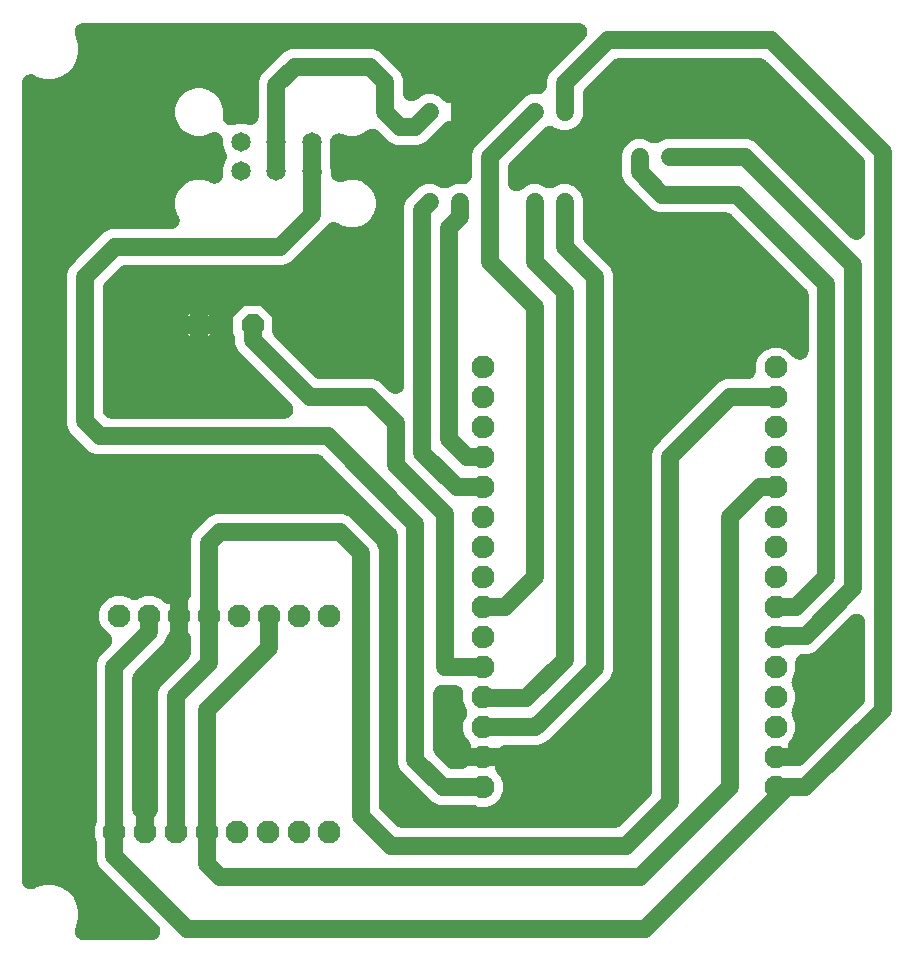
<source format=gbr>
G04 EAGLE Gerber RS-274X export*
G75*
%MOMM*%
%FSLAX34Y34*%
%LPD*%
%INBottom Copper*%
%IPPOS*%
%AMOC8*
5,1,8,0,0,1.08239X$1,22.5*%
G01*
%ADD10C,1.950000*%
%ADD11C,1.930400*%
%ADD12C,1.408000*%
%ADD13C,1.650000*%
%ADD14P,2.061953X8X22.500000*%
%ADD15C,1.500000*%

G36*
X120154Y10169D02*
X120154Y10169D01*
X120308Y10167D01*
X120541Y10189D01*
X120774Y10201D01*
X120926Y10224D01*
X121079Y10239D01*
X121308Y10284D01*
X121539Y10320D01*
X121687Y10359D01*
X121838Y10389D01*
X122062Y10458D01*
X122287Y10518D01*
X122431Y10572D01*
X122578Y10618D01*
X122793Y10709D01*
X123012Y10792D01*
X123149Y10861D01*
X123291Y10921D01*
X123495Y11034D01*
X123704Y11139D01*
X123833Y11222D01*
X123968Y11296D01*
X124160Y11430D01*
X124357Y11556D01*
X124477Y11651D01*
X124603Y11739D01*
X124780Y11892D01*
X124963Y12037D01*
X125073Y12145D01*
X125189Y12245D01*
X125349Y12415D01*
X125516Y12579D01*
X125614Y12697D01*
X125720Y12809D01*
X125861Y12995D01*
X126011Y13175D01*
X126096Y13303D01*
X126189Y13425D01*
X126311Y13624D01*
X126441Y13818D01*
X126513Y13954D01*
X126593Y14085D01*
X126694Y14296D01*
X126803Y14503D01*
X126860Y14646D01*
X126926Y14784D01*
X127005Y15004D01*
X127092Y15221D01*
X127135Y15369D01*
X127186Y15514D01*
X127241Y15741D01*
X127306Y15965D01*
X127333Y16116D01*
X127369Y16266D01*
X127401Y16498D01*
X127442Y16728D01*
X127453Y16881D01*
X127474Y17033D01*
X127481Y17267D01*
X127498Y17500D01*
X127493Y17653D01*
X127498Y17807D01*
X127482Y18040D01*
X127475Y18274D01*
X127454Y18426D01*
X127443Y18579D01*
X127403Y18809D01*
X127372Y19041D01*
X127335Y19191D01*
X127309Y19342D01*
X127245Y19566D01*
X127190Y19794D01*
X127139Y19939D01*
X127096Y20087D01*
X127009Y20304D01*
X126931Y20524D01*
X126866Y20663D01*
X126808Y20805D01*
X126699Y21012D01*
X126599Y21223D01*
X126519Y21354D01*
X126448Y21491D01*
X126318Y21685D01*
X126197Y21885D01*
X126104Y22007D01*
X126018Y22135D01*
X125918Y22251D01*
X125728Y22501D01*
X125402Y22849D01*
X125303Y22963D01*
X75836Y72430D01*
X73534Y77987D01*
X73534Y92596D01*
X73526Y92747D01*
X73528Y92897D01*
X73507Y93133D01*
X73494Y93370D01*
X73471Y93518D01*
X73457Y93668D01*
X73411Y93901D01*
X73375Y94135D01*
X73336Y94280D01*
X73307Y94428D01*
X73259Y94574D01*
X73177Y94883D01*
X73016Y95310D01*
X73007Y95333D01*
X72963Y95466D01*
X71904Y98023D01*
X71904Y104687D01*
X72963Y107244D01*
X73014Y107386D01*
X73073Y107524D01*
X73143Y107750D01*
X73222Y107974D01*
X73258Y108120D01*
X73302Y108264D01*
X73349Y108496D01*
X73405Y108726D01*
X73425Y108875D01*
X73454Y109023D01*
X73466Y109177D01*
X73509Y109493D01*
X73523Y109962D01*
X73534Y110114D01*
X73534Y244308D01*
X75836Y249865D01*
X84498Y258527D01*
X84652Y258698D01*
X84814Y258863D01*
X84912Y258986D01*
X85017Y259102D01*
X85153Y259288D01*
X85296Y259469D01*
X85381Y259601D01*
X85473Y259728D01*
X85589Y259927D01*
X85713Y260121D01*
X85784Y260261D01*
X85863Y260397D01*
X85958Y260607D01*
X86061Y260813D01*
X86117Y260960D01*
X86181Y261103D01*
X86254Y261321D01*
X86336Y261537D01*
X86376Y261689D01*
X86425Y261837D01*
X86475Y262063D01*
X86534Y262285D01*
X86558Y262440D01*
X86592Y262594D01*
X86618Y262822D01*
X86654Y263050D01*
X86662Y263207D01*
X86680Y263363D01*
X86683Y263593D01*
X86695Y263824D01*
X86687Y263980D01*
X86688Y264137D01*
X86667Y264367D01*
X86655Y264597D01*
X86631Y264752D01*
X86617Y264908D01*
X86572Y265134D01*
X86537Y265362D01*
X86497Y265514D01*
X86466Y265668D01*
X86398Y265888D01*
X86339Y266111D01*
X86284Y266257D01*
X86238Y266407D01*
X86148Y266619D01*
X86066Y266835D01*
X85996Y266976D01*
X85935Y267120D01*
X85823Y267321D01*
X85720Y267528D01*
X85635Y267660D01*
X85559Y267797D01*
X85428Y267986D01*
X85304Y268181D01*
X85206Y268304D01*
X85116Y268432D01*
X84966Y268606D01*
X84822Y268787D01*
X84713Y268900D01*
X84610Y269018D01*
X84443Y269176D01*
X84281Y269341D01*
X84160Y269442D01*
X84046Y269549D01*
X83863Y269689D01*
X83686Y269836D01*
X83622Y269879D01*
X78509Y274991D01*
X75959Y281148D01*
X75959Y287812D01*
X78509Y293969D01*
X83221Y298681D01*
X89378Y301231D01*
X96042Y301231D01*
X102540Y298539D01*
X102609Y298514D01*
X102677Y298484D01*
X102975Y298385D01*
X103270Y298280D01*
X103341Y298263D01*
X103411Y298239D01*
X103718Y298171D01*
X104022Y298098D01*
X104095Y298088D01*
X104167Y298072D01*
X104479Y298036D01*
X104790Y297994D01*
X104863Y297992D01*
X104936Y297983D01*
X105249Y297980D01*
X105564Y297970D01*
X105637Y297975D01*
X105711Y297974D01*
X106023Y298003D01*
X106336Y298026D01*
X106408Y298038D01*
X106482Y298045D01*
X106790Y298106D01*
X107098Y298161D01*
X107169Y298181D01*
X107241Y298195D01*
X107385Y298243D01*
X107843Y298374D01*
X108134Y298491D01*
X108280Y298539D01*
X114778Y301231D01*
X121442Y301231D01*
X127598Y298681D01*
X129359Y296920D01*
X129434Y296853D01*
X129503Y296780D01*
X129721Y296594D01*
X129934Y296402D01*
X130015Y296342D01*
X130092Y296277D01*
X130328Y296114D01*
X130559Y295945D01*
X130646Y295895D01*
X130729Y295837D01*
X130981Y295700D01*
X131229Y295556D01*
X131320Y295514D01*
X131409Y295466D01*
X131673Y295355D01*
X131934Y295237D01*
X132030Y295205D01*
X132123Y295167D01*
X132397Y295084D01*
X132669Y294993D01*
X132768Y294971D01*
X132864Y294942D01*
X133146Y294888D01*
X133425Y294826D01*
X133525Y294815D01*
X133624Y294796D01*
X133910Y294771D01*
X134195Y294738D01*
X134295Y294737D01*
X134396Y294728D01*
X134682Y294733D01*
X134969Y294730D01*
X135069Y294739D01*
X135170Y294741D01*
X135454Y294775D01*
X135740Y294802D01*
X135838Y294821D01*
X135939Y294833D01*
X136011Y294849D01*
X136011Y284480D01*
X136011Y271181D01*
X136006Y271179D01*
X135926Y271118D01*
X135841Y271064D01*
X135617Y270886D01*
X135387Y270714D01*
X135313Y270645D01*
X135234Y270583D01*
X135029Y270383D01*
X134819Y270188D01*
X134753Y270112D01*
X134681Y270042D01*
X134497Y269821D01*
X134308Y269606D01*
X134250Y269524D01*
X134186Y269447D01*
X134026Y269209D01*
X133860Y268974D01*
X133810Y268887D01*
X133755Y268803D01*
X133683Y268661D01*
X133479Y268300D01*
X133335Y267969D01*
X133263Y267826D01*
X130929Y262190D01*
X105972Y237233D01*
X105923Y237178D01*
X105869Y237128D01*
X105664Y236891D01*
X105454Y236658D01*
X105410Y236599D01*
X105362Y236543D01*
X105182Y236286D01*
X104997Y236033D01*
X104960Y235969D01*
X104918Y235909D01*
X104766Y235635D01*
X104608Y235364D01*
X104577Y235297D01*
X104542Y235232D01*
X104418Y234944D01*
X104289Y234658D01*
X104266Y234588D01*
X104237Y234520D01*
X104144Y234221D01*
X104045Y233923D01*
X104029Y233851D01*
X104008Y233781D01*
X103946Y233473D01*
X103878Y233167D01*
X103870Y233094D01*
X103856Y233022D01*
X103845Y232871D01*
X103790Y232398D01*
X103787Y232084D01*
X103776Y231930D01*
X103776Y120871D01*
X103777Y120847D01*
X103776Y120824D01*
X103797Y120462D01*
X103816Y120097D01*
X103819Y120074D01*
X103821Y120051D01*
X103879Y119693D01*
X103935Y119332D01*
X103941Y119310D01*
X103945Y119286D01*
X104040Y118935D01*
X104133Y118584D01*
X104141Y118562D01*
X104147Y118539D01*
X104278Y118199D01*
X104407Y117860D01*
X104417Y117839D01*
X104426Y117817D01*
X104591Y117492D01*
X104754Y117167D01*
X104766Y117148D01*
X104777Y117127D01*
X104976Y116820D01*
X105171Y116515D01*
X105185Y116496D01*
X105198Y116477D01*
X105426Y116193D01*
X105652Y115909D01*
X105669Y115892D01*
X105683Y115873D01*
X105939Y115615D01*
X106194Y115355D01*
X106212Y115340D01*
X106229Y115323D01*
X106509Y115094D01*
X106790Y114861D01*
X106809Y114848D01*
X106827Y114833D01*
X107130Y114633D01*
X107156Y114616D01*
X107156Y101355D01*
X107171Y101048D01*
X107181Y100742D01*
X107191Y100662D01*
X107196Y100582D01*
X107243Y100279D01*
X107284Y99974D01*
X107303Y99896D01*
X107315Y99817D01*
X107393Y99521D01*
X107466Y99221D01*
X107492Y99146D01*
X107513Y99068D01*
X107621Y98782D01*
X107724Y98492D01*
X107758Y98419D01*
X107787Y98344D01*
X107924Y98070D01*
X108056Y97792D01*
X108098Y97724D01*
X108134Y97652D01*
X108299Y97393D01*
X108459Y97131D01*
X108507Y97067D01*
X108550Y96999D01*
X108741Y96759D01*
X108927Y96514D01*
X108982Y96456D01*
X109032Y96393D01*
X109247Y96174D01*
X109457Y95950D01*
X109518Y95897D01*
X109574Y95840D01*
X109810Y95643D01*
X110042Y95442D01*
X110108Y95397D01*
X110170Y95345D01*
X110425Y95174D01*
X110676Y94998D01*
X110747Y94959D01*
X110813Y94915D01*
X111085Y94771D01*
X111353Y94622D01*
X111427Y94590D01*
X111498Y94553D01*
X111783Y94438D01*
X112065Y94317D01*
X112142Y94294D01*
X112216Y94264D01*
X112511Y94179D01*
X112805Y94088D01*
X112883Y94072D01*
X112960Y94050D01*
X113262Y93996D01*
X113564Y93936D01*
X113627Y93931D01*
X113722Y93914D01*
X114495Y93858D01*
X114591Y93861D01*
X114655Y93856D01*
X114962Y93872D01*
X115269Y93881D01*
X115348Y93892D01*
X115428Y93896D01*
X115732Y93943D01*
X116036Y93984D01*
X116114Y94003D01*
X116193Y94016D01*
X116490Y94094D01*
X116789Y94166D01*
X116865Y94193D01*
X116942Y94213D01*
X117228Y94322D01*
X117519Y94424D01*
X117592Y94459D01*
X117666Y94487D01*
X117941Y94625D01*
X118218Y94757D01*
X118287Y94798D01*
X118358Y94834D01*
X118617Y95000D01*
X118880Y95159D01*
X118944Y95208D01*
X119011Y95251D01*
X119251Y95442D01*
X119496Y95628D01*
X119555Y95683D01*
X119617Y95733D01*
X119837Y95947D01*
X120061Y96158D01*
X120113Y96218D01*
X120171Y96274D01*
X120367Y96511D01*
X120568Y96743D01*
X120614Y96808D01*
X120665Y96870D01*
X120836Y97126D01*
X121012Y97377D01*
X121051Y97447D01*
X121096Y97514D01*
X121239Y97785D01*
X121388Y98054D01*
X121420Y98127D01*
X121457Y98198D01*
X121572Y98483D01*
X121693Y98766D01*
X121717Y98842D01*
X121747Y98916D01*
X121831Y99212D01*
X121923Y99505D01*
X121938Y99584D01*
X121960Y99661D01*
X122014Y99963D01*
X122075Y100264D01*
X122079Y100328D01*
X122096Y100423D01*
X122153Y101195D01*
X122150Y101292D01*
X122154Y101355D01*
X122154Y114608D01*
X122221Y114648D01*
X122240Y114663D01*
X122260Y114675D01*
X122549Y114895D01*
X122840Y115113D01*
X122857Y115129D01*
X122876Y115143D01*
X123142Y115393D01*
X123408Y115639D01*
X123424Y115657D01*
X123441Y115673D01*
X123678Y115947D01*
X123919Y116221D01*
X123933Y116240D01*
X123948Y116258D01*
X124156Y116555D01*
X124367Y116853D01*
X124379Y116873D01*
X124392Y116892D01*
X124568Y117210D01*
X124748Y117527D01*
X124757Y117548D01*
X124768Y117569D01*
X124912Y117905D01*
X125057Y118237D01*
X125064Y118259D01*
X125073Y118281D01*
X125181Y118628D01*
X125291Y118975D01*
X125295Y118998D01*
X125302Y119020D01*
X125373Y119375D01*
X125447Y119733D01*
X125450Y119756D01*
X125454Y119780D01*
X125461Y119863D01*
X125525Y120504D01*
X125525Y120739D01*
X125534Y120871D01*
X125534Y219863D01*
X127836Y225420D01*
X151593Y249177D01*
X151642Y249232D01*
X151696Y249282D01*
X151901Y249519D01*
X152111Y249752D01*
X152155Y249811D01*
X152203Y249867D01*
X152383Y250124D01*
X152568Y250377D01*
X152605Y250441D01*
X152647Y250501D01*
X152799Y250775D01*
X152957Y251046D01*
X152988Y251113D01*
X153023Y251178D01*
X153147Y251466D01*
X153276Y251752D01*
X153299Y251822D01*
X153328Y251890D01*
X153421Y252189D01*
X153520Y252487D01*
X153536Y252559D01*
X153557Y252629D01*
X153619Y252937D01*
X153687Y253243D01*
X153695Y253316D01*
X153709Y253388D01*
X153720Y253539D01*
X153775Y254012D01*
X153778Y254326D01*
X153789Y254480D01*
X153789Y264885D01*
X153788Y264909D01*
X153789Y264932D01*
X153768Y265294D01*
X153749Y265659D01*
X153746Y265682D01*
X153744Y265705D01*
X153686Y266063D01*
X153630Y266424D01*
X153624Y266446D01*
X153620Y266470D01*
X153525Y266821D01*
X153432Y267172D01*
X153424Y267194D01*
X153418Y267217D01*
X153288Y267554D01*
X153158Y267896D01*
X153148Y267917D01*
X153139Y267939D01*
X152974Y268264D01*
X152811Y268589D01*
X152799Y268608D01*
X152788Y268629D01*
X152589Y268936D01*
X152394Y269241D01*
X152380Y269260D01*
X152367Y269279D01*
X152139Y269563D01*
X151913Y269847D01*
X151896Y269864D01*
X151882Y269883D01*
X151626Y270141D01*
X151371Y270401D01*
X151353Y270416D01*
X151336Y270433D01*
X151056Y270662D01*
X151009Y270701D01*
X151009Y284480D01*
X151009Y298253D01*
X151095Y298317D01*
X151112Y298333D01*
X151131Y298347D01*
X151397Y298597D01*
X151663Y298843D01*
X151679Y298861D01*
X151696Y298877D01*
X151934Y299152D01*
X152174Y299425D01*
X152188Y299444D01*
X152203Y299462D01*
X152411Y299759D01*
X152622Y300057D01*
X152634Y300077D01*
X152647Y300096D01*
X152823Y300414D01*
X153003Y300731D01*
X153012Y300752D01*
X153023Y300773D01*
X153167Y301109D01*
X153312Y301441D01*
X153319Y301463D01*
X153328Y301485D01*
X153435Y301831D01*
X153546Y302179D01*
X153550Y302202D01*
X153557Y302224D01*
X153629Y302581D01*
X153702Y302937D01*
X153705Y302960D01*
X153709Y302984D01*
X153716Y303067D01*
X153780Y303708D01*
X153780Y303943D01*
X153789Y304075D01*
X153789Y349718D01*
X156091Y355275D01*
X169235Y368419D01*
X174792Y370721D01*
X282408Y370721D01*
X287965Y368419D01*
X309999Y346385D01*
X312301Y340828D01*
X312301Y124940D01*
X312305Y124866D01*
X312302Y124792D01*
X312325Y124479D01*
X312341Y124166D01*
X312352Y124094D01*
X312357Y124020D01*
X312412Y123711D01*
X312460Y123401D01*
X312479Y123330D01*
X312492Y123258D01*
X312578Y122955D01*
X312658Y122653D01*
X312684Y122584D01*
X312704Y122513D01*
X312821Y122221D01*
X312932Y121928D01*
X312965Y121863D01*
X312992Y121794D01*
X313138Y121517D01*
X313279Y121236D01*
X313319Y121174D01*
X313353Y121109D01*
X313527Y120848D01*
X313696Y120584D01*
X313741Y120526D01*
X313782Y120465D01*
X313880Y120351D01*
X314177Y119977D01*
X314397Y119753D01*
X314497Y119637D01*
X326647Y107487D01*
X326702Y107438D01*
X326752Y107384D01*
X326989Y107179D01*
X327222Y106969D01*
X327281Y106925D01*
X327337Y106877D01*
X327594Y106697D01*
X327847Y106512D01*
X327911Y106475D01*
X327971Y106433D01*
X328245Y106281D01*
X328516Y106123D01*
X328583Y106092D01*
X328648Y106057D01*
X328936Y105933D01*
X329222Y105804D01*
X329292Y105781D01*
X329360Y105752D01*
X329659Y105659D01*
X329957Y105560D01*
X330029Y105544D01*
X330099Y105523D01*
X330407Y105461D01*
X330713Y105393D01*
X330786Y105385D01*
X330858Y105371D01*
X331009Y105360D01*
X331482Y105305D01*
X331796Y105302D01*
X331950Y105291D01*
X512600Y105291D01*
X512674Y105295D01*
X512748Y105292D01*
X513061Y105315D01*
X513374Y105331D01*
X513446Y105342D01*
X513520Y105347D01*
X513829Y105402D01*
X514139Y105450D01*
X514210Y105469D01*
X514282Y105482D01*
X514584Y105568D01*
X514887Y105648D01*
X514956Y105674D01*
X515027Y105694D01*
X515319Y105811D01*
X515612Y105922D01*
X515677Y105955D01*
X515746Y105982D01*
X516023Y106128D01*
X516304Y106269D01*
X516366Y106309D01*
X516431Y106343D01*
X516692Y106517D01*
X516956Y106686D01*
X517014Y106731D01*
X517075Y106772D01*
X517189Y106870D01*
X517563Y107167D01*
X517787Y107387D01*
X517903Y107487D01*
X541483Y131067D01*
X541532Y131121D01*
X541586Y131172D01*
X541791Y131409D01*
X542001Y131642D01*
X542045Y131701D01*
X542093Y131757D01*
X542273Y132014D01*
X542458Y132267D01*
X542495Y132331D01*
X542537Y132391D01*
X542689Y132665D01*
X542847Y132936D01*
X542878Y133003D01*
X542913Y133068D01*
X543037Y133356D01*
X543166Y133642D01*
X543189Y133712D01*
X543218Y133780D01*
X543311Y134079D01*
X543410Y134377D01*
X543426Y134449D01*
X543447Y134519D01*
X543509Y134827D01*
X543577Y135133D01*
X543585Y135206D01*
X543599Y135278D01*
X543610Y135429D01*
X543665Y135902D01*
X543668Y136216D01*
X543679Y136369D01*
X543679Y422108D01*
X545981Y427665D01*
X551289Y432973D01*
X551290Y432974D01*
X595726Y477410D01*
X601035Y482719D01*
X606592Y485021D01*
X624328Y485021D01*
X624635Y485037D01*
X624942Y485046D01*
X625021Y485057D01*
X625101Y485061D01*
X625404Y485108D01*
X625709Y485149D01*
X625787Y485168D01*
X625866Y485180D01*
X626163Y485258D01*
X626462Y485331D01*
X626538Y485358D01*
X626615Y485378D01*
X626901Y485486D01*
X627192Y485589D01*
X627264Y485624D01*
X627339Y485652D01*
X627613Y485789D01*
X627891Y485921D01*
X627960Y485963D01*
X628031Y485999D01*
X628290Y486164D01*
X628553Y486324D01*
X628616Y486372D01*
X628684Y486416D01*
X628924Y486606D01*
X629169Y486793D01*
X629228Y486847D01*
X629290Y486897D01*
X629510Y487112D01*
X629734Y487322D01*
X629786Y487383D01*
X629844Y487439D01*
X630040Y487675D01*
X630241Y487907D01*
X630287Y487973D01*
X630338Y488035D01*
X630509Y488290D01*
X630685Y488542D01*
X630724Y488612D01*
X630769Y488678D01*
X630912Y488950D01*
X631061Y489218D01*
X631093Y489292D01*
X631130Y489363D01*
X631245Y489648D01*
X631366Y489930D01*
X631390Y490007D01*
X631420Y490081D01*
X631504Y490376D01*
X631595Y490670D01*
X631611Y490748D01*
X631633Y490825D01*
X631687Y491127D01*
X631747Y491429D01*
X631752Y491493D01*
X631769Y491588D01*
X631826Y492360D01*
X631823Y492456D01*
X631827Y492520D01*
X631827Y498512D01*
X634362Y504633D01*
X639047Y509318D01*
X645168Y511853D01*
X651792Y511853D01*
X657913Y509318D01*
X663497Y503733D01*
X663611Y503630D01*
X663719Y503521D01*
X663899Y503371D01*
X664072Y503215D01*
X664196Y503124D01*
X664315Y503026D01*
X664509Y502896D01*
X664698Y502758D01*
X664831Y502681D01*
X664958Y502596D01*
X665165Y502486D01*
X665367Y502369D01*
X665507Y502306D01*
X665643Y502234D01*
X665860Y502146D01*
X666073Y502050D01*
X666218Y502002D01*
X666361Y501944D01*
X666586Y501880D01*
X666808Y501806D01*
X666958Y501773D01*
X667105Y501731D01*
X667335Y501690D01*
X667564Y501639D01*
X667716Y501622D01*
X667868Y501595D01*
X668101Y501578D01*
X668333Y501551D01*
X668487Y501550D01*
X668640Y501539D01*
X668873Y501546D01*
X669107Y501543D01*
X669260Y501557D01*
X669414Y501562D01*
X669646Y501593D01*
X669878Y501615D01*
X670029Y501645D01*
X670181Y501665D01*
X670409Y501720D01*
X670638Y501765D01*
X670784Y501811D01*
X670934Y501847D01*
X671154Y501925D01*
X671378Y501994D01*
X671519Y502054D01*
X671664Y502105D01*
X671875Y502206D01*
X672090Y502297D01*
X672224Y502371D01*
X672363Y502437D01*
X672563Y502559D01*
X672767Y502672D01*
X672893Y502760D01*
X673025Y502840D01*
X673211Y502981D01*
X673402Y503115D01*
X673519Y503216D01*
X673641Y503309D01*
X673812Y503469D01*
X673988Y503621D01*
X674094Y503733D01*
X674206Y503838D01*
X674359Y504015D01*
X674519Y504185D01*
X674612Y504307D01*
X674713Y504423D01*
X674847Y504615D01*
X674989Y504801D01*
X675069Y504932D01*
X675157Y505058D01*
X675271Y505262D01*
X675392Y505461D01*
X675459Y505600D01*
X675533Y505734D01*
X675625Y505949D01*
X675726Y506160D01*
X675777Y506305D01*
X675838Y506446D01*
X675907Y506670D01*
X675986Y506890D01*
X676022Y507039D01*
X676067Y507186D01*
X676113Y507415D01*
X676169Y507642D01*
X676189Y507794D01*
X676219Y507945D01*
X676231Y508099D01*
X676273Y508409D01*
X676288Y508886D01*
X676299Y509036D01*
X676299Y556510D01*
X676295Y556584D01*
X676298Y556658D01*
X676275Y556971D01*
X676259Y557284D01*
X676248Y557356D01*
X676243Y557430D01*
X676188Y557739D01*
X676140Y558049D01*
X676121Y558120D01*
X676108Y558192D01*
X676022Y558495D01*
X675942Y558797D01*
X675916Y558866D01*
X675896Y558937D01*
X675779Y559229D01*
X675668Y559522D01*
X675635Y559587D01*
X675608Y559656D01*
X675462Y559933D01*
X675321Y560214D01*
X675281Y560276D01*
X675247Y560341D01*
X675073Y560602D01*
X674904Y560866D01*
X674859Y560924D01*
X674818Y560985D01*
X674720Y561099D01*
X674423Y561473D01*
X674203Y561697D01*
X674103Y561813D01*
X611883Y624033D01*
X611828Y624082D01*
X611778Y624136D01*
X611541Y624341D01*
X611308Y624551D01*
X611249Y624595D01*
X611193Y624643D01*
X610936Y624823D01*
X610683Y625008D01*
X610619Y625045D01*
X610559Y625087D01*
X610285Y625239D01*
X610014Y625397D01*
X609947Y625428D01*
X609882Y625463D01*
X609594Y625587D01*
X609308Y625716D01*
X609238Y625739D01*
X609170Y625768D01*
X608871Y625861D01*
X608573Y625960D01*
X608501Y625976D01*
X608431Y625997D01*
X608123Y626059D01*
X607817Y626127D01*
X607744Y626135D01*
X607672Y626149D01*
X607521Y626160D01*
X607048Y626215D01*
X606734Y626218D01*
X606580Y626229D01*
X549442Y626229D01*
X543885Y628531D01*
X538576Y633840D01*
X525890Y646526D01*
X520581Y651835D01*
X518279Y657392D01*
X518279Y676108D01*
X520581Y681665D01*
X524835Y685919D01*
X530392Y688221D01*
X536408Y688221D01*
X543230Y685395D01*
X543300Y685370D01*
X543367Y685340D01*
X543664Y685241D01*
X543960Y685136D01*
X544031Y685118D01*
X544101Y685095D01*
X544408Y685027D01*
X544712Y684953D01*
X544785Y684944D01*
X544857Y684928D01*
X545169Y684892D01*
X545480Y684850D01*
X545553Y684847D01*
X545626Y684839D01*
X545939Y684835D01*
X546254Y684825D01*
X546327Y684831D01*
X546401Y684830D01*
X546713Y684859D01*
X547026Y684881D01*
X547098Y684894D01*
X547172Y684901D01*
X547479Y684962D01*
X547788Y685016D01*
X547859Y685037D01*
X547931Y685051D01*
X548074Y685098D01*
X548533Y685229D01*
X548824Y685346D01*
X548970Y685395D01*
X555792Y688221D01*
X625308Y688221D01*
X630865Y685919D01*
X636174Y680610D01*
X711517Y605267D01*
X711631Y605164D01*
X711739Y605054D01*
X711919Y604904D01*
X712092Y604748D01*
X712216Y604658D01*
X712335Y604559D01*
X712529Y604429D01*
X712718Y604292D01*
X712851Y604214D01*
X712978Y604129D01*
X713185Y604020D01*
X713387Y603902D01*
X713527Y603839D01*
X713663Y603767D01*
X713880Y603680D01*
X714093Y603584D01*
X714239Y603535D01*
X714381Y603478D01*
X714606Y603413D01*
X714828Y603340D01*
X714978Y603307D01*
X715125Y603264D01*
X715355Y603223D01*
X715584Y603173D01*
X715736Y603155D01*
X715888Y603128D01*
X716121Y603111D01*
X716353Y603085D01*
X716507Y603083D01*
X716660Y603072D01*
X716893Y603079D01*
X717127Y603076D01*
X717280Y603091D01*
X717434Y603095D01*
X717666Y603127D01*
X717898Y603148D01*
X718049Y603178D01*
X718201Y603198D01*
X718429Y603253D01*
X718658Y603299D01*
X718804Y603344D01*
X718954Y603380D01*
X719174Y603458D01*
X719398Y603527D01*
X719539Y603587D01*
X719684Y603639D01*
X719895Y603739D01*
X720110Y603830D01*
X720244Y603905D01*
X720383Y603971D01*
X720583Y604092D01*
X720787Y604206D01*
X720914Y604294D01*
X721045Y604373D01*
X721231Y604515D01*
X721422Y604649D01*
X721539Y604749D01*
X721661Y604842D01*
X721832Y605002D01*
X722008Y605155D01*
X722114Y605267D01*
X722226Y605372D01*
X722379Y605548D01*
X722539Y605719D01*
X722632Y605841D01*
X722733Y605957D01*
X722867Y606148D01*
X723009Y606334D01*
X723089Y606465D01*
X723177Y606591D01*
X723291Y606795D01*
X723412Y606995D01*
X723479Y607133D01*
X723553Y607268D01*
X723645Y607483D01*
X723746Y607694D01*
X723797Y607838D01*
X723858Y607980D01*
X723927Y608203D01*
X724006Y608423D01*
X724042Y608572D01*
X724087Y608719D01*
X724133Y608949D01*
X724189Y609175D01*
X724209Y609327D01*
X724239Y609478D01*
X724251Y609632D01*
X724293Y609943D01*
X724308Y610420D01*
X724319Y610569D01*
X724319Y667720D01*
X724315Y667794D01*
X724318Y667868D01*
X724295Y668181D01*
X724279Y668494D01*
X724268Y668566D01*
X724263Y668640D01*
X724208Y668949D01*
X724160Y669259D01*
X724141Y669330D01*
X724128Y669402D01*
X724042Y669705D01*
X723962Y670007D01*
X723936Y670076D01*
X723916Y670147D01*
X723799Y670439D01*
X723688Y670732D01*
X723655Y670797D01*
X723628Y670866D01*
X723482Y671143D01*
X723341Y671424D01*
X723301Y671486D01*
X723267Y671551D01*
X723093Y671812D01*
X722924Y672076D01*
X722879Y672134D01*
X722838Y672195D01*
X722740Y672309D01*
X722443Y672683D01*
X722223Y672907D01*
X722123Y673023D01*
X640603Y754543D01*
X640548Y754592D01*
X640498Y754646D01*
X640261Y754851D01*
X640028Y755061D01*
X639969Y755105D01*
X639913Y755153D01*
X639656Y755333D01*
X639403Y755518D01*
X639339Y755555D01*
X639279Y755597D01*
X639005Y755749D01*
X638734Y755907D01*
X638667Y755938D01*
X638602Y755973D01*
X638314Y756097D01*
X638028Y756226D01*
X637958Y756249D01*
X637890Y756278D01*
X637591Y756371D01*
X637293Y756470D01*
X637221Y756486D01*
X637151Y756507D01*
X636843Y756569D01*
X636537Y756637D01*
X636464Y756645D01*
X636392Y756659D01*
X636241Y756670D01*
X635768Y756725D01*
X635454Y756728D01*
X635300Y756739D01*
X515540Y756739D01*
X515466Y756735D01*
X515392Y756738D01*
X515079Y756715D01*
X514766Y756699D01*
X514694Y756688D01*
X514620Y756683D01*
X514311Y756628D01*
X514001Y756580D01*
X513930Y756561D01*
X513858Y756548D01*
X513555Y756462D01*
X513253Y756382D01*
X513184Y756356D01*
X513113Y756336D01*
X512821Y756219D01*
X512528Y756108D01*
X512463Y756075D01*
X512394Y756048D01*
X512117Y755902D01*
X511836Y755761D01*
X511774Y755721D01*
X511709Y755687D01*
X511448Y755513D01*
X511184Y755344D01*
X511126Y755299D01*
X511065Y755258D01*
X510951Y755160D01*
X510577Y754863D01*
X510353Y754643D01*
X510237Y754543D01*
X487217Y731523D01*
X487168Y731468D01*
X487114Y731418D01*
X486909Y731181D01*
X486699Y730948D01*
X486655Y730889D01*
X486607Y730833D01*
X486427Y730576D01*
X486242Y730323D01*
X486205Y730259D01*
X486163Y730199D01*
X486011Y729925D01*
X485853Y729654D01*
X485822Y729587D01*
X485787Y729522D01*
X485663Y729234D01*
X485534Y728948D01*
X485511Y728878D01*
X485482Y728810D01*
X485389Y728511D01*
X485290Y728213D01*
X485274Y728141D01*
X485253Y728071D01*
X485191Y727763D01*
X485123Y727457D01*
X485115Y727384D01*
X485101Y727312D01*
X485090Y727161D01*
X485035Y726688D01*
X485032Y726374D01*
X485021Y726220D01*
X485021Y708192D01*
X482719Y702635D01*
X478465Y698381D01*
X472908Y696079D01*
X466892Y696079D01*
X460117Y698886D01*
X459754Y699014D01*
X459393Y699143D01*
X459390Y699144D01*
X459387Y699145D01*
X459028Y699232D01*
X458641Y699326D01*
X458638Y699326D01*
X458635Y699327D01*
X458250Y699379D01*
X457874Y699430D01*
X457871Y699430D01*
X457867Y699431D01*
X457468Y699443D01*
X457100Y699455D01*
X457097Y699455D01*
X457093Y699455D01*
X456714Y699428D01*
X456327Y699400D01*
X456324Y699399D01*
X456321Y699399D01*
X455952Y699334D01*
X455565Y699266D01*
X455562Y699265D01*
X455559Y699264D01*
X455206Y699163D01*
X454820Y699053D01*
X454817Y699052D01*
X454814Y699051D01*
X454482Y698918D01*
X454102Y698765D01*
X454099Y698764D01*
X454096Y698762D01*
X453755Y698583D01*
X453416Y698405D01*
X453414Y698403D01*
X453411Y698401D01*
X453082Y698182D01*
X452772Y697975D01*
X452770Y697973D01*
X452767Y697971D01*
X452171Y697477D01*
X452032Y697337D01*
X451944Y697260D01*
X423717Y669033D01*
X423668Y668978D01*
X423614Y668928D01*
X423409Y668691D01*
X423199Y668458D01*
X423155Y668399D01*
X423107Y668343D01*
X422927Y668086D01*
X422742Y667833D01*
X422705Y667769D01*
X422663Y667709D01*
X422511Y667435D01*
X422353Y667164D01*
X422322Y667097D01*
X422287Y667032D01*
X422163Y666744D01*
X422034Y666458D01*
X422011Y666388D01*
X421982Y666320D01*
X421889Y666021D01*
X421790Y665723D01*
X421774Y665651D01*
X421753Y665581D01*
X421691Y665273D01*
X421623Y664967D01*
X421615Y664894D01*
X421601Y664822D01*
X421590Y664671D01*
X421535Y664198D01*
X421532Y663884D01*
X421521Y663730D01*
X421521Y651509D01*
X421529Y651356D01*
X421527Y651202D01*
X421549Y650969D01*
X421561Y650736D01*
X421584Y650584D01*
X421599Y650431D01*
X421644Y650202D01*
X421680Y649971D01*
X421719Y649823D01*
X421749Y649672D01*
X421818Y649448D01*
X421878Y649223D01*
X421932Y649079D01*
X421978Y648932D01*
X422069Y648717D01*
X422152Y648498D01*
X422221Y648361D01*
X422281Y648219D01*
X422394Y648015D01*
X422499Y647806D01*
X422582Y647677D01*
X422656Y647542D01*
X422790Y647350D01*
X422916Y647153D01*
X423011Y647033D01*
X423099Y646907D01*
X423252Y646730D01*
X423397Y646547D01*
X423505Y646437D01*
X423605Y646321D01*
X423775Y646161D01*
X423939Y645994D01*
X424057Y645896D01*
X424169Y645790D01*
X424355Y645649D01*
X424535Y645499D01*
X424663Y645414D01*
X424785Y645321D01*
X424984Y645199D01*
X425178Y645069D01*
X425314Y644997D01*
X425445Y644917D01*
X425656Y644816D01*
X425863Y644707D01*
X426005Y644650D01*
X426144Y644584D01*
X426364Y644505D01*
X426581Y644418D01*
X426729Y644375D01*
X426874Y644324D01*
X427101Y644269D01*
X427325Y644204D01*
X427476Y644177D01*
X427626Y644141D01*
X427858Y644109D01*
X428088Y644068D01*
X428241Y644057D01*
X428393Y644036D01*
X428627Y644029D01*
X428860Y644012D01*
X429013Y644017D01*
X429167Y644012D01*
X429400Y644028D01*
X429634Y644035D01*
X429786Y644056D01*
X429939Y644067D01*
X430169Y644107D01*
X430401Y644138D01*
X430551Y644175D01*
X430702Y644201D01*
X430927Y644265D01*
X431154Y644320D01*
X431299Y644372D01*
X431447Y644414D01*
X431663Y644500D01*
X431884Y644579D01*
X432023Y644645D01*
X432165Y644702D01*
X432372Y644810D01*
X432583Y644911D01*
X432714Y644991D01*
X432851Y645062D01*
X433045Y645192D01*
X433245Y645313D01*
X433367Y645406D01*
X433495Y645492D01*
X433611Y645592D01*
X433861Y645782D01*
X434209Y646108D01*
X434323Y646207D01*
X435935Y647819D01*
X441492Y650121D01*
X447508Y650121D01*
X454330Y647295D01*
X454400Y647270D01*
X454467Y647240D01*
X454764Y647141D01*
X455060Y647036D01*
X455131Y647018D01*
X455201Y646995D01*
X455508Y646927D01*
X455812Y646853D01*
X455885Y646844D01*
X455957Y646828D01*
X456269Y646792D01*
X456580Y646750D01*
X456653Y646747D01*
X456726Y646739D01*
X457039Y646735D01*
X457354Y646725D01*
X457427Y646731D01*
X457501Y646730D01*
X457813Y646759D01*
X458126Y646781D01*
X458198Y646794D01*
X458272Y646801D01*
X458579Y646862D01*
X458888Y646916D01*
X458959Y646937D01*
X459031Y646951D01*
X459174Y646998D01*
X459633Y647129D01*
X459924Y647246D01*
X460070Y647295D01*
X466892Y650121D01*
X472908Y650121D01*
X478465Y647819D01*
X482719Y643565D01*
X485021Y638008D01*
X485021Y606270D01*
X485025Y606196D01*
X485022Y606122D01*
X485045Y605809D01*
X485061Y605496D01*
X485072Y605424D01*
X485077Y605350D01*
X485132Y605040D01*
X485180Y604731D01*
X485199Y604660D01*
X485212Y604588D01*
X485298Y604285D01*
X485378Y603983D01*
X485404Y603914D01*
X485424Y603843D01*
X485541Y603551D01*
X485652Y603258D01*
X485685Y603193D01*
X485712Y603124D01*
X485858Y602847D01*
X485999Y602566D01*
X486039Y602504D01*
X486073Y602439D01*
X486247Y602178D01*
X486416Y601914D01*
X486461Y601856D01*
X486502Y601795D01*
X486600Y601681D01*
X486897Y601307D01*
X487117Y601083D01*
X487217Y600967D01*
X508119Y580065D01*
X510421Y574508D01*
X510421Y237713D01*
X508119Y232156D01*
X502811Y226848D01*
X502810Y226847D01*
X455348Y179385D01*
X455276Y179351D01*
X455147Y179272D01*
X455014Y179202D01*
X454816Y179070D01*
X454615Y178947D01*
X454495Y178856D01*
X454369Y178773D01*
X454252Y178671D01*
X453999Y178478D01*
X453656Y178157D01*
X453542Y178058D01*
X453065Y177581D01*
X447508Y175279D01*
X420276Y175279D01*
X420252Y175278D01*
X420229Y175279D01*
X419868Y175258D01*
X419503Y175239D01*
X419479Y175236D01*
X419456Y175234D01*
X419098Y175176D01*
X418738Y175120D01*
X418715Y175114D01*
X418692Y175110D01*
X418340Y175015D01*
X417989Y174922D01*
X417967Y174914D01*
X417944Y174908D01*
X417605Y174777D01*
X417265Y174648D01*
X417244Y174638D01*
X417222Y174629D01*
X416897Y174464D01*
X416573Y174301D01*
X416553Y174289D01*
X416532Y174278D01*
X416225Y174079D01*
X415920Y173884D01*
X415902Y173870D01*
X415882Y173857D01*
X415598Y173629D01*
X415314Y173403D01*
X415297Y173386D01*
X415279Y173372D01*
X415020Y173116D01*
X414760Y172861D01*
X414745Y172843D01*
X414729Y172826D01*
X414499Y172546D01*
X414460Y172499D01*
X400780Y172499D01*
X390532Y172499D01*
X390567Y172755D01*
X390613Y173037D01*
X390619Y173138D01*
X390633Y173238D01*
X390642Y173524D01*
X390659Y173810D01*
X390654Y173911D01*
X390657Y174012D01*
X390637Y174298D01*
X390624Y174584D01*
X390609Y174683D01*
X390602Y174784D01*
X390552Y175067D01*
X390510Y175350D01*
X390485Y175447D01*
X390468Y175546D01*
X390389Y175822D01*
X390318Y176100D01*
X390283Y176194D01*
X390255Y176291D01*
X390148Y176558D01*
X390049Y176826D01*
X390005Y176916D01*
X389967Y177010D01*
X389834Y177264D01*
X389707Y177521D01*
X389653Y177606D01*
X389607Y177695D01*
X389448Y177933D01*
X389295Y178176D01*
X389233Y178256D01*
X389177Y178339D01*
X389073Y178460D01*
X388818Y178786D01*
X388567Y179046D01*
X388462Y179167D01*
X386662Y180967D01*
X384127Y187088D01*
X384127Y193712D01*
X386827Y200230D01*
X386852Y200299D01*
X386882Y200367D01*
X386981Y200665D01*
X387086Y200960D01*
X387103Y201031D01*
X387127Y201101D01*
X387194Y201407D01*
X387268Y201712D01*
X387278Y201785D01*
X387294Y201857D01*
X387330Y202168D01*
X387372Y202480D01*
X387374Y202553D01*
X387383Y202626D01*
X387386Y202940D01*
X387396Y203254D01*
X387391Y203327D01*
X387392Y203401D01*
X387363Y203712D01*
X387340Y204026D01*
X387328Y204098D01*
X387321Y204172D01*
X387260Y204480D01*
X387205Y204788D01*
X387185Y204859D01*
X387171Y204931D01*
X387124Y205074D01*
X386992Y205533D01*
X386875Y205824D01*
X386827Y205970D01*
X386521Y206709D01*
X386369Y207028D01*
X386220Y207349D01*
X386205Y207372D01*
X386188Y207408D01*
X385785Y208069D01*
X385690Y208193D01*
X385638Y208276D01*
X385570Y208369D01*
X385325Y209369D01*
X385318Y209392D01*
X385313Y209415D01*
X385287Y209494D01*
X385102Y210111D01*
X385011Y210328D01*
X384970Y210454D01*
X384127Y212488D01*
X384127Y213349D01*
X384109Y213703D01*
X384094Y214056D01*
X384091Y214074D01*
X384118Y214346D01*
X384118Y214582D01*
X384127Y214713D01*
X384127Y218580D01*
X384111Y218886D01*
X384102Y219194D01*
X384091Y219273D01*
X384087Y219353D01*
X384040Y219656D01*
X383999Y219961D01*
X383980Y220039D01*
X383968Y220118D01*
X383890Y220415D01*
X383817Y220714D01*
X383790Y220790D01*
X383770Y220867D01*
X383662Y221153D01*
X383559Y221444D01*
X383524Y221516D01*
X383496Y221591D01*
X383359Y221865D01*
X383227Y222143D01*
X383185Y222212D01*
X383149Y222283D01*
X382984Y222542D01*
X382824Y222805D01*
X382776Y222868D01*
X382732Y222936D01*
X382542Y223176D01*
X382355Y223421D01*
X382301Y223479D01*
X382251Y223542D01*
X382036Y223762D01*
X381826Y223986D01*
X381765Y224038D01*
X381709Y224096D01*
X381472Y224292D01*
X381241Y224493D01*
X381175Y224539D01*
X381113Y224590D01*
X380858Y224761D01*
X380606Y224937D01*
X380536Y224976D01*
X380470Y225021D01*
X380198Y225164D01*
X379930Y225313D01*
X379856Y225345D01*
X379785Y225382D01*
X379500Y225497D01*
X379218Y225618D01*
X379141Y225642D01*
X379067Y225672D01*
X378772Y225756D01*
X378478Y225847D01*
X378400Y225863D01*
X378323Y225885D01*
X378021Y225939D01*
X377719Y225999D01*
X377655Y226004D01*
X377560Y226021D01*
X376788Y226078D01*
X376692Y226075D01*
X376628Y226079D01*
X366090Y226079D01*
X365783Y226063D01*
X365476Y226054D01*
X365397Y226043D01*
X365317Y226039D01*
X365014Y225992D01*
X364709Y225951D01*
X364631Y225932D01*
X364552Y225920D01*
X364255Y225842D01*
X363956Y225769D01*
X363880Y225742D01*
X363803Y225722D01*
X363517Y225614D01*
X363226Y225511D01*
X363154Y225476D01*
X363079Y225448D01*
X362805Y225311D01*
X362527Y225179D01*
X362458Y225137D01*
X362387Y225101D01*
X362128Y224936D01*
X361865Y224776D01*
X361802Y224728D01*
X361734Y224684D01*
X361494Y224494D01*
X361249Y224307D01*
X361190Y224253D01*
X361128Y224203D01*
X360908Y223988D01*
X360684Y223778D01*
X360632Y223717D01*
X360574Y223661D01*
X360378Y223424D01*
X360177Y223193D01*
X360131Y223127D01*
X360080Y223065D01*
X359909Y222810D01*
X359733Y222558D01*
X359694Y222488D01*
X359649Y222422D01*
X359506Y222150D01*
X359357Y221882D01*
X359325Y221808D01*
X359288Y221737D01*
X359173Y221452D01*
X359052Y221170D01*
X359028Y221093D01*
X358998Y221019D01*
X358914Y220724D01*
X358823Y220430D01*
X358807Y220352D01*
X358785Y220275D01*
X358731Y219973D01*
X358671Y219671D01*
X358666Y219607D01*
X358649Y219512D01*
X358592Y218740D01*
X358595Y218644D01*
X358591Y218580D01*
X358591Y172070D01*
X358595Y171996D01*
X358592Y171922D01*
X358615Y171609D01*
X358631Y171296D01*
X358642Y171224D01*
X358647Y171150D01*
X358702Y170841D01*
X358750Y170531D01*
X358769Y170460D01*
X358782Y170388D01*
X358868Y170085D01*
X358948Y169783D01*
X358974Y169714D01*
X358994Y169643D01*
X359111Y169351D01*
X359222Y169058D01*
X359255Y168993D01*
X359282Y168924D01*
X359428Y168647D01*
X359569Y168366D01*
X359609Y168304D01*
X359643Y168239D01*
X359817Y167978D01*
X359986Y167714D01*
X360031Y167656D01*
X360072Y167595D01*
X360170Y167481D01*
X360467Y167107D01*
X360687Y166883D01*
X360787Y166767D01*
X370637Y156917D01*
X370692Y156868D01*
X370742Y156814D01*
X370979Y156609D01*
X371212Y156399D01*
X371271Y156355D01*
X371327Y156307D01*
X371584Y156127D01*
X371837Y155942D01*
X371901Y155905D01*
X371961Y155863D01*
X372235Y155711D01*
X372506Y155553D01*
X372573Y155522D01*
X372638Y155487D01*
X372926Y155363D01*
X373212Y155234D01*
X373282Y155211D01*
X373350Y155182D01*
X373649Y155089D01*
X373947Y154990D01*
X374019Y154974D01*
X374089Y154953D01*
X374397Y154891D01*
X374703Y154823D01*
X374776Y154815D01*
X374848Y154801D01*
X374999Y154790D01*
X375472Y154735D01*
X375786Y154732D01*
X375940Y154721D01*
X381284Y154721D01*
X381308Y154722D01*
X381331Y154721D01*
X381692Y154742D01*
X382057Y154761D01*
X382081Y154764D01*
X382104Y154766D01*
X382462Y154824D01*
X382822Y154880D01*
X382845Y154886D01*
X382868Y154890D01*
X383220Y154985D01*
X383571Y155078D01*
X383593Y155086D01*
X383616Y155092D01*
X383955Y155223D01*
X384295Y155352D01*
X384316Y155362D01*
X384338Y155371D01*
X384663Y155536D01*
X384987Y155699D01*
X385007Y155711D01*
X385028Y155722D01*
X385335Y155921D01*
X385640Y156116D01*
X385658Y156130D01*
X385678Y156143D01*
X385962Y156371D01*
X386246Y156597D01*
X386263Y156614D01*
X386281Y156628D01*
X386540Y156884D01*
X386800Y157139D01*
X386815Y157157D01*
X386831Y157174D01*
X387061Y157454D01*
X387100Y157501D01*
X400780Y157501D01*
X411028Y157501D01*
X410993Y157245D01*
X410947Y156963D01*
X410941Y156862D01*
X410927Y156762D01*
X410918Y156476D01*
X410901Y156190D01*
X410906Y156089D01*
X410903Y155988D01*
X410923Y155702D01*
X410936Y155416D01*
X410951Y155317D01*
X410958Y155216D01*
X411008Y154933D01*
X411050Y154650D01*
X411075Y154553D01*
X411092Y154454D01*
X411171Y154178D01*
X411242Y153900D01*
X411277Y153806D01*
X411305Y153709D01*
X411412Y153442D01*
X411511Y153174D01*
X411555Y153084D01*
X411593Y152990D01*
X411726Y152736D01*
X411853Y152479D01*
X411907Y152394D01*
X411953Y152305D01*
X412112Y152067D01*
X412265Y151824D01*
X412327Y151744D01*
X412383Y151661D01*
X412487Y151540D01*
X412742Y151214D01*
X412993Y150954D01*
X413098Y150833D01*
X414898Y149033D01*
X417433Y142912D01*
X417433Y136288D01*
X414898Y130167D01*
X410213Y125482D01*
X404092Y122947D01*
X397468Y122947D01*
X395147Y123908D01*
X395005Y123959D01*
X394867Y124018D01*
X394641Y124088D01*
X394417Y124167D01*
X394271Y124203D01*
X394128Y124247D01*
X393895Y124294D01*
X393665Y124350D01*
X393516Y124370D01*
X393368Y124399D01*
X393214Y124411D01*
X392898Y124454D01*
X392429Y124468D01*
X392277Y124479D01*
X363562Y124479D01*
X358005Y126781D01*
X330651Y154135D01*
X328349Y159692D01*
X328349Y353280D01*
X328345Y353354D01*
X328348Y353428D01*
X328325Y353741D01*
X328309Y354054D01*
X328298Y354126D01*
X328293Y354200D01*
X328238Y354509D01*
X328190Y354819D01*
X328171Y354890D01*
X328158Y354962D01*
X328072Y355265D01*
X327992Y355567D01*
X327966Y355636D01*
X327946Y355707D01*
X327829Y355999D01*
X327718Y356292D01*
X327685Y356357D01*
X327658Y356426D01*
X327512Y356703D01*
X327371Y356984D01*
X327331Y357046D01*
X327297Y357111D01*
X327123Y357372D01*
X326954Y357636D01*
X326909Y357694D01*
X326868Y357755D01*
X326770Y357869D01*
X326473Y358243D01*
X326253Y358467D01*
X326153Y358583D01*
X265485Y419251D01*
X265431Y419300D01*
X265380Y419354D01*
X265143Y419559D01*
X264910Y419769D01*
X264851Y419812D01*
X264795Y419861D01*
X264538Y420041D01*
X264285Y420226D01*
X264221Y420263D01*
X264161Y420305D01*
X263887Y420457D01*
X263616Y420615D01*
X263549Y420645D01*
X263484Y420681D01*
X263196Y420805D01*
X262910Y420934D01*
X262840Y420957D01*
X262772Y420986D01*
X262473Y421079D01*
X262175Y421178D01*
X262103Y421193D01*
X262033Y421215D01*
X261725Y421277D01*
X261419Y421344D01*
X261346Y421353D01*
X261274Y421367D01*
X261124Y421378D01*
X260650Y421433D01*
X260336Y421436D01*
X260183Y421447D01*
X73192Y421447D01*
X67635Y423749D01*
X50681Y440703D01*
X48379Y446260D01*
X48379Y574508D01*
X50681Y580065D01*
X55989Y585373D01*
X55990Y585374D01*
X75026Y604410D01*
X75027Y604411D01*
X80335Y609719D01*
X85892Y612021D01*
X136285Y612021D01*
X136618Y612038D01*
X136952Y612050D01*
X137005Y612058D01*
X137058Y612061D01*
X137388Y612112D01*
X137719Y612159D01*
X137771Y612172D01*
X137823Y612180D01*
X138146Y612265D01*
X138470Y612346D01*
X138520Y612364D01*
X138572Y612378D01*
X138884Y612496D01*
X139198Y612610D01*
X139246Y612633D01*
X139296Y612652D01*
X139595Y612801D01*
X139895Y612947D01*
X139941Y612975D01*
X139988Y612999D01*
X140270Y613179D01*
X140554Y613354D01*
X140596Y613387D01*
X140641Y613416D01*
X140902Y613623D01*
X141167Y613827D01*
X141206Y613864D01*
X141247Y613897D01*
X141486Y614131D01*
X141728Y614361D01*
X141762Y614401D01*
X141801Y614439D01*
X142014Y614696D01*
X142231Y614950D01*
X142261Y614994D01*
X142295Y615035D01*
X142481Y615312D01*
X142670Y615587D01*
X142696Y615634D01*
X142726Y615678D01*
X142882Y615974D01*
X143042Y616266D01*
X143062Y616316D01*
X143087Y616363D01*
X143213Y616674D01*
X143341Y616980D01*
X143357Y617031D01*
X143377Y617081D01*
X143469Y617402D01*
X143566Y617722D01*
X143576Y617774D01*
X143590Y617825D01*
X143649Y618154D01*
X143712Y618482D01*
X143717Y618535D01*
X143726Y618588D01*
X143751Y618921D01*
X143780Y619253D01*
X143779Y619307D01*
X143783Y619360D01*
X143773Y619693D01*
X143767Y620027D01*
X143761Y620080D01*
X143759Y620134D01*
X143715Y620465D01*
X143675Y620796D01*
X143663Y620848D01*
X143656Y620901D01*
X143578Y621226D01*
X143504Y621551D01*
X143487Y621602D01*
X143474Y621654D01*
X143363Y621970D01*
X143256Y622285D01*
X143237Y622324D01*
X143216Y622384D01*
X142884Y623083D01*
X142816Y623195D01*
X142780Y623270D01*
X141233Y625948D01*
X139859Y631076D01*
X139859Y636384D01*
X141233Y641512D01*
X143887Y646109D01*
X147641Y649863D01*
X152238Y652517D01*
X157366Y653891D01*
X162674Y653891D01*
X167802Y652517D01*
X169330Y651634D01*
X169628Y651482D01*
X169923Y651326D01*
X169973Y651306D01*
X170020Y651282D01*
X170331Y651162D01*
X170641Y651037D01*
X170692Y651022D01*
X170742Y651003D01*
X171065Y650915D01*
X171385Y650824D01*
X171438Y650814D01*
X171489Y650800D01*
X171819Y650746D01*
X172148Y650688D01*
X172201Y650684D01*
X172254Y650675D01*
X172587Y650656D01*
X172920Y650631D01*
X172973Y650633D01*
X173027Y650630D01*
X173360Y650645D01*
X173694Y650655D01*
X173747Y650662D01*
X173800Y650664D01*
X174129Y650713D01*
X174461Y650758D01*
X174513Y650770D01*
X174566Y650778D01*
X174888Y650861D01*
X175214Y650940D01*
X175265Y650957D01*
X175316Y650971D01*
X175628Y651086D01*
X175944Y651198D01*
X175992Y651221D01*
X176042Y651239D01*
X176341Y651387D01*
X176643Y651530D01*
X176689Y651558D01*
X176737Y651581D01*
X177020Y651759D01*
X177305Y651933D01*
X177347Y651965D01*
X177392Y651993D01*
X177655Y652199D01*
X177921Y652401D01*
X177960Y652438D01*
X178002Y652471D01*
X178242Y652703D01*
X178486Y652931D01*
X178521Y652971D01*
X178559Y653008D01*
X178774Y653264D01*
X178993Y653516D01*
X179024Y653560D01*
X179058Y653601D01*
X179245Y653877D01*
X179437Y654150D01*
X179463Y654197D01*
X179493Y654241D01*
X179651Y654535D01*
X179813Y654827D01*
X179834Y654876D01*
X179860Y654923D01*
X179986Y655232D01*
X180118Y655539D01*
X180134Y655590D01*
X180154Y655639D01*
X180248Y655960D01*
X180347Y656279D01*
X180358Y656331D01*
X180373Y656382D01*
X180434Y656710D01*
X180499Y657038D01*
X180503Y657081D01*
X180514Y657143D01*
X180576Y657915D01*
X180573Y658046D01*
X180579Y658129D01*
X180579Y664154D01*
X183312Y670750D01*
X183336Y670819D01*
X183367Y670887D01*
X183466Y671185D01*
X183571Y671480D01*
X183588Y671551D01*
X183611Y671621D01*
X183679Y671928D01*
X183753Y672232D01*
X183763Y672305D01*
X183779Y672377D01*
X183815Y672689D01*
X183857Y673000D01*
X183859Y673073D01*
X183868Y673146D01*
X183871Y673459D01*
X183881Y673774D01*
X183876Y673847D01*
X183876Y673921D01*
X183848Y674233D01*
X183825Y674546D01*
X183812Y674618D01*
X183806Y674692D01*
X183745Y675000D01*
X183690Y675308D01*
X183670Y675379D01*
X183655Y675451D01*
X183608Y675595D01*
X183477Y676053D01*
X183360Y676344D01*
X183312Y676490D01*
X180579Y683086D01*
X180579Y686801D01*
X180562Y687134D01*
X180550Y687468D01*
X180542Y687521D01*
X180539Y687575D01*
X180488Y687905D01*
X180441Y688235D01*
X180428Y688287D01*
X180420Y688340D01*
X180335Y688662D01*
X180254Y688986D01*
X180236Y689037D01*
X180222Y689088D01*
X180104Y689400D01*
X179990Y689714D01*
X179967Y689762D01*
X179948Y689812D01*
X179798Y690111D01*
X179653Y690411D01*
X179625Y690457D01*
X179601Y690505D01*
X179421Y690786D01*
X179246Y691070D01*
X179213Y691112D01*
X179184Y691157D01*
X178977Y691418D01*
X178773Y691683D01*
X178736Y691722D01*
X178703Y691763D01*
X178469Y692002D01*
X178239Y692244D01*
X178199Y692279D01*
X178161Y692317D01*
X177904Y692530D01*
X177650Y692747D01*
X177606Y692777D01*
X177565Y692811D01*
X177288Y692997D01*
X177013Y693186D01*
X176966Y693212D01*
X176922Y693242D01*
X176627Y693398D01*
X176334Y693558D01*
X176284Y693579D01*
X176237Y693604D01*
X175927Y693728D01*
X175620Y693857D01*
X175568Y693873D01*
X175519Y693893D01*
X175199Y693985D01*
X174878Y694082D01*
X174826Y694092D01*
X174775Y694106D01*
X174447Y694165D01*
X174118Y694228D01*
X174065Y694233D01*
X174012Y694242D01*
X173680Y694267D01*
X173347Y694296D01*
X173293Y694295D01*
X173240Y694299D01*
X172907Y694289D01*
X172573Y694283D01*
X172520Y694277D01*
X172466Y694275D01*
X172134Y694231D01*
X171804Y694191D01*
X171752Y694179D01*
X171699Y694172D01*
X171374Y694094D01*
X171049Y694020D01*
X170998Y694003D01*
X170946Y693990D01*
X170631Y693879D01*
X170315Y693772D01*
X170276Y693753D01*
X170216Y693732D01*
X169517Y693400D01*
X169405Y693332D01*
X169330Y693296D01*
X167802Y692413D01*
X162674Y691039D01*
X157366Y691039D01*
X152238Y692413D01*
X147641Y695067D01*
X143887Y698821D01*
X141233Y703418D01*
X139859Y708546D01*
X139859Y713854D01*
X141233Y718982D01*
X143887Y723579D01*
X147641Y727333D01*
X152238Y729987D01*
X157366Y731361D01*
X162674Y731361D01*
X167802Y729987D01*
X172399Y727333D01*
X176153Y723579D01*
X178807Y718982D01*
X180181Y713854D01*
X180181Y708199D01*
X180171Y708094D01*
X180135Y707759D01*
X180135Y707709D01*
X180130Y707658D01*
X180133Y707322D01*
X180132Y706984D01*
X180137Y706934D01*
X180138Y706884D01*
X180176Y706550D01*
X180209Y706214D01*
X180219Y706165D01*
X180225Y706115D01*
X180298Y705784D01*
X180365Y705456D01*
X180380Y705408D01*
X180391Y705359D01*
X180497Y705038D01*
X180599Y704717D01*
X180619Y704671D01*
X180635Y704624D01*
X180773Y704316D01*
X180907Y704007D01*
X180932Y703963D01*
X180952Y703917D01*
X181122Y703626D01*
X181287Y703332D01*
X181316Y703291D01*
X181341Y703248D01*
X181539Y702976D01*
X181735Y702700D01*
X181768Y702663D01*
X181797Y702622D01*
X182023Y702372D01*
X182245Y702118D01*
X182282Y702084D01*
X182315Y702047D01*
X182566Y701820D01*
X182813Y701591D01*
X182853Y701561D01*
X182890Y701528D01*
X183164Y701327D01*
X183431Y701126D01*
X183474Y701100D01*
X183515Y701071D01*
X183807Y700901D01*
X184095Y700727D01*
X184141Y700706D01*
X184184Y700681D01*
X184491Y700542D01*
X184796Y700399D01*
X184844Y700382D01*
X184889Y700361D01*
X185209Y700255D01*
X185528Y700144D01*
X185576Y700133D01*
X185624Y700117D01*
X185953Y700044D01*
X186281Y699967D01*
X186331Y699960D01*
X186380Y699949D01*
X186714Y699911D01*
X187049Y699868D01*
X187099Y699866D01*
X187149Y699861D01*
X187486Y699857D01*
X187823Y699848D01*
X187873Y699852D01*
X187923Y699852D01*
X188260Y699883D01*
X188595Y699909D01*
X188644Y699918D01*
X188694Y699923D01*
X189026Y699988D01*
X189357Y700049D01*
X189405Y700063D01*
X189454Y700073D01*
X189577Y700113D01*
X190100Y700266D01*
X190355Y700371D01*
X190493Y700416D01*
X192796Y701371D01*
X198864Y701371D01*
X200340Y700759D01*
X200557Y700682D01*
X200771Y700596D01*
X200922Y700553D01*
X201070Y700500D01*
X201294Y700446D01*
X201515Y700382D01*
X201670Y700355D01*
X201822Y700318D01*
X202051Y700287D01*
X202278Y700246D01*
X202434Y700235D01*
X202590Y700214D01*
X202821Y700207D01*
X203050Y700190D01*
X203206Y700195D01*
X203364Y700190D01*
X203594Y700206D01*
X203824Y700213D01*
X203979Y700234D01*
X204136Y700246D01*
X204363Y700286D01*
X204591Y700317D01*
X204744Y700353D01*
X204898Y700381D01*
X205120Y700444D01*
X205344Y700498D01*
X205492Y700551D01*
X205643Y700594D01*
X205856Y700680D01*
X206074Y700757D01*
X206216Y700824D01*
X206361Y700882D01*
X206565Y700990D01*
X206773Y701089D01*
X206907Y701170D01*
X207046Y701244D01*
X207238Y701372D01*
X207435Y701491D01*
X207559Y701586D01*
X207690Y701674D01*
X207868Y701821D01*
X208051Y701960D01*
X208166Y702067D01*
X208286Y702168D01*
X208448Y702332D01*
X208616Y702490D01*
X208719Y702608D01*
X208828Y702720D01*
X208972Y702901D01*
X209123Y703075D01*
X209213Y703203D01*
X209311Y703326D01*
X209435Y703520D01*
X209567Y703709D01*
X209643Y703846D01*
X209728Y703978D01*
X209831Y704184D01*
X209943Y704386D01*
X210005Y704530D01*
X210076Y704670D01*
X210157Y704886D01*
X210248Y705098D01*
X210295Y705248D01*
X210350Y705394D01*
X210409Y705617D01*
X210477Y705837D01*
X210508Y705991D01*
X210548Y706143D01*
X210584Y706370D01*
X210629Y706596D01*
X210638Y706713D01*
X210669Y706908D01*
X210709Y707681D01*
X210709Y707685D01*
X210709Y707687D01*
X210709Y736838D01*
X213011Y742395D01*
X232735Y762119D01*
X238292Y764421D01*
X307808Y764421D01*
X313365Y762119D01*
X318673Y756811D01*
X318674Y756810D01*
X325010Y750474D01*
X325011Y750473D01*
X330319Y745165D01*
X332621Y739608D01*
X332621Y727709D01*
X332629Y727556D01*
X332627Y727402D01*
X332649Y727169D01*
X332661Y726936D01*
X332684Y726784D01*
X332699Y726631D01*
X332744Y726402D01*
X332780Y726171D01*
X332819Y726023D01*
X332849Y725872D01*
X332918Y725648D01*
X332978Y725423D01*
X333032Y725279D01*
X333078Y725132D01*
X333169Y724917D01*
X333252Y724698D01*
X333321Y724561D01*
X333381Y724419D01*
X333494Y724215D01*
X333599Y724006D01*
X333682Y723877D01*
X333756Y723742D01*
X333890Y723550D01*
X334016Y723353D01*
X334111Y723233D01*
X334199Y723107D01*
X334352Y722930D01*
X334497Y722747D01*
X334605Y722637D01*
X334705Y722521D01*
X334875Y722361D01*
X335039Y722194D01*
X335157Y722096D01*
X335269Y721990D01*
X335455Y721849D01*
X335635Y721699D01*
X335763Y721614D01*
X335885Y721521D01*
X336084Y721399D01*
X336278Y721269D01*
X336414Y721197D01*
X336545Y721117D01*
X336756Y721016D01*
X336963Y720907D01*
X337105Y720850D01*
X337244Y720784D01*
X337464Y720705D01*
X337681Y720618D01*
X337829Y720575D01*
X337974Y720524D01*
X338201Y720469D01*
X338425Y720404D01*
X338576Y720377D01*
X338726Y720341D01*
X338958Y720309D01*
X339188Y720268D01*
X339341Y720257D01*
X339493Y720236D01*
X339727Y720229D01*
X339960Y720212D01*
X340113Y720217D01*
X340267Y720212D01*
X340500Y720228D01*
X340734Y720235D01*
X340886Y720256D01*
X341039Y720267D01*
X341269Y720307D01*
X341501Y720338D01*
X341651Y720375D01*
X341802Y720401D01*
X342027Y720465D01*
X342254Y720520D01*
X342399Y720572D01*
X342547Y720614D01*
X342763Y720700D01*
X342984Y720779D01*
X343123Y720845D01*
X343265Y720902D01*
X343472Y721010D01*
X343683Y721111D01*
X343814Y721191D01*
X343951Y721262D01*
X344145Y721392D01*
X344345Y721513D01*
X344467Y721606D01*
X344595Y721692D01*
X344711Y721792D01*
X344961Y721982D01*
X345309Y722308D01*
X345423Y722407D01*
X347035Y724019D01*
X352592Y726321D01*
X358608Y726321D01*
X364165Y724019D01*
X367371Y720813D01*
X367446Y720745D01*
X367515Y720673D01*
X367733Y720486D01*
X367946Y720294D01*
X368028Y720235D01*
X368104Y720170D01*
X368340Y720007D01*
X368572Y719838D01*
X368659Y719787D01*
X368741Y719730D01*
X368993Y719593D01*
X369241Y719448D01*
X369333Y719407D01*
X369421Y719359D01*
X369685Y719248D01*
X369947Y719130D01*
X370042Y719098D01*
X370135Y719059D01*
X370409Y718976D01*
X370682Y718886D01*
X370780Y718864D01*
X370876Y718835D01*
X371157Y718781D01*
X371438Y718719D01*
X371538Y718707D01*
X371636Y718688D01*
X371922Y718663D01*
X372207Y718631D01*
X372308Y718630D01*
X372408Y718621D01*
X372694Y718625D01*
X372981Y718622D01*
X373081Y718632D01*
X373182Y718633D01*
X373467Y718667D01*
X373501Y718671D01*
X373501Y711200D01*
X373501Y703738D01*
X373400Y703744D01*
X373301Y703758D01*
X373014Y703767D01*
X372728Y703784D01*
X372627Y703779D01*
X372527Y703782D01*
X372241Y703762D01*
X371954Y703749D01*
X371855Y703735D01*
X371755Y703727D01*
X371472Y703678D01*
X371188Y703635D01*
X371091Y703610D01*
X370992Y703593D01*
X370716Y703514D01*
X370438Y703443D01*
X370344Y703408D01*
X370248Y703380D01*
X369981Y703274D01*
X369712Y703174D01*
X369622Y703130D01*
X369529Y703092D01*
X369275Y702959D01*
X369018Y702832D01*
X368932Y702779D01*
X368844Y702732D01*
X368605Y702573D01*
X368362Y702420D01*
X368283Y702358D01*
X368199Y702302D01*
X368079Y702198D01*
X367752Y701943D01*
X367492Y701692D01*
X367371Y701587D01*
X356774Y690990D01*
X356773Y690989D01*
X351465Y685681D01*
X345908Y683379D01*
X327192Y683379D01*
X321635Y685681D01*
X312397Y694919D01*
X312168Y695125D01*
X311945Y695336D01*
X311881Y695384D01*
X311822Y695438D01*
X311574Y695619D01*
X311329Y695806D01*
X311261Y695847D01*
X311196Y695894D01*
X310930Y696049D01*
X310668Y696209D01*
X310596Y696244D01*
X310527Y696284D01*
X310247Y696410D01*
X309969Y696543D01*
X309894Y696570D01*
X309821Y696602D01*
X309529Y696699D01*
X309240Y696802D01*
X309162Y696821D01*
X309086Y696846D01*
X308787Y696913D01*
X308488Y696985D01*
X308408Y696996D01*
X308330Y697013D01*
X308025Y697048D01*
X307720Y697090D01*
X307640Y697092D01*
X307561Y697101D01*
X307254Y697105D01*
X306946Y697115D01*
X306867Y697109D01*
X306787Y697110D01*
X306481Y697081D01*
X306174Y697059D01*
X306095Y697045D01*
X306016Y697038D01*
X305715Y696978D01*
X305412Y696925D01*
X305335Y696903D01*
X305256Y696887D01*
X304963Y696797D01*
X304667Y696712D01*
X304593Y696683D01*
X304516Y696659D01*
X304234Y696539D01*
X303948Y696424D01*
X303877Y696387D01*
X303804Y696356D01*
X303535Y696207D01*
X303263Y696064D01*
X303197Y696019D01*
X303126Y695981D01*
X302874Y695805D01*
X302619Y695634D01*
X302571Y695593D01*
X302491Y695538D01*
X301963Y695081D01*
X297342Y692413D01*
X292214Y691039D01*
X286906Y691039D01*
X281611Y692458D01*
X281329Y692567D01*
X281019Y692692D01*
X280968Y692707D01*
X280918Y692726D01*
X280595Y692814D01*
X280275Y692906D01*
X280222Y692915D01*
X280171Y692929D01*
X279841Y692983D01*
X279512Y693041D01*
X279459Y693045D01*
X279407Y693054D01*
X279072Y693074D01*
X278740Y693098D01*
X278687Y693096D01*
X278634Y693099D01*
X278299Y693085D01*
X277966Y693074D01*
X277914Y693067D01*
X277860Y693065D01*
X277530Y693016D01*
X277199Y692971D01*
X277147Y692959D01*
X277094Y692951D01*
X276772Y692868D01*
X276446Y692790D01*
X276396Y692772D01*
X276344Y692759D01*
X276032Y692643D01*
X275716Y692531D01*
X275668Y692508D01*
X275618Y692490D01*
X275319Y692343D01*
X275017Y692199D01*
X274971Y692171D01*
X274924Y692148D01*
X274641Y691970D01*
X274355Y691796D01*
X274313Y691764D01*
X274268Y691736D01*
X274005Y691530D01*
X273739Y691328D01*
X273700Y691291D01*
X273658Y691259D01*
X273418Y691026D01*
X273174Y690798D01*
X273139Y690758D01*
X273101Y690721D01*
X272886Y690466D01*
X272667Y690213D01*
X272636Y690169D01*
X272602Y690129D01*
X272415Y689853D01*
X272223Y689579D01*
X272197Y689532D01*
X272167Y689488D01*
X272010Y689195D01*
X271847Y688902D01*
X271826Y688853D01*
X271801Y688806D01*
X271674Y688498D01*
X271542Y688190D01*
X271526Y688139D01*
X271506Y688090D01*
X271412Y687769D01*
X271313Y687451D01*
X271302Y687399D01*
X271287Y687347D01*
X271226Y687018D01*
X271161Y686691D01*
X271157Y686649D01*
X271146Y686586D01*
X271084Y685814D01*
X271087Y685684D01*
X271081Y685600D01*
X271081Y682671D01*
X271080Y682669D01*
X271060Y682520D01*
X271031Y682372D01*
X271019Y682218D01*
X270976Y681902D01*
X270962Y681432D01*
X270951Y681281D01*
X270951Y666623D01*
X270959Y666473D01*
X270957Y666323D01*
X270978Y666087D01*
X270991Y665850D01*
X271014Y665702D01*
X271028Y665552D01*
X271074Y665319D01*
X271110Y665085D01*
X271149Y664940D01*
X271178Y664792D01*
X271226Y664645D01*
X271308Y664337D01*
X271474Y663898D01*
X271522Y663754D01*
X271661Y663418D01*
X271661Y659579D01*
X271667Y659452D01*
X271665Y659325D01*
X271687Y659066D01*
X271701Y658806D01*
X271720Y658680D01*
X271731Y658554D01*
X271780Y658298D01*
X271820Y658041D01*
X271853Y657918D01*
X271876Y657793D01*
X271951Y657544D01*
X272018Y657292D01*
X272063Y657173D01*
X272099Y657052D01*
X272200Y656811D01*
X272292Y656568D01*
X272349Y656454D01*
X272398Y656337D01*
X272522Y656108D01*
X272639Y655876D01*
X272707Y655769D01*
X272768Y655657D01*
X272915Y655443D01*
X273056Y655223D01*
X273135Y655124D01*
X273206Y655019D01*
X273375Y654821D01*
X273537Y654617D01*
X273626Y654526D01*
X273708Y654429D01*
X273896Y654250D01*
X274079Y654064D01*
X274177Y653982D01*
X274268Y653895D01*
X274474Y653735D01*
X274675Y653569D01*
X274780Y653498D01*
X274881Y653421D01*
X275102Y653283D01*
X275318Y653139D01*
X275431Y653079D01*
X275538Y653012D01*
X275773Y652898D01*
X276003Y652777D01*
X276121Y652729D01*
X276235Y652674D01*
X276480Y652585D01*
X276721Y652487D01*
X276843Y652452D01*
X276963Y652409D01*
X277215Y652346D01*
X277465Y652274D01*
X277590Y652252D01*
X277714Y652221D01*
X277972Y652184D01*
X278228Y652138D01*
X278354Y652129D01*
X278480Y652111D01*
X278741Y652100D01*
X279000Y652082D01*
X279127Y652085D01*
X279254Y652080D01*
X279513Y652097D01*
X279774Y652105D01*
X279900Y652122D01*
X280026Y652130D01*
X280183Y652160D01*
X280541Y652208D01*
X280944Y652305D01*
X281101Y652335D01*
X286906Y653891D01*
X292214Y653891D01*
X297342Y652517D01*
X301939Y649863D01*
X305693Y646109D01*
X308347Y641512D01*
X309721Y636384D01*
X309721Y631076D01*
X308347Y625948D01*
X305693Y621351D01*
X301939Y617597D01*
X297342Y614943D01*
X292214Y613569D01*
X286906Y613569D01*
X281778Y614943D01*
X278044Y617099D01*
X277954Y617145D01*
X277869Y617197D01*
X277610Y617321D01*
X277354Y617451D01*
X277261Y617487D01*
X277170Y617531D01*
X276900Y617627D01*
X276632Y617730D01*
X276535Y617757D01*
X276441Y617790D01*
X276161Y617858D01*
X275885Y617933D01*
X275786Y617950D01*
X275688Y617973D01*
X275404Y618012D01*
X275121Y618058D01*
X275020Y618064D01*
X274921Y618078D01*
X274635Y618087D01*
X274348Y618104D01*
X274247Y618099D01*
X274147Y618103D01*
X273861Y618082D01*
X273574Y618069D01*
X273475Y618055D01*
X273375Y618047D01*
X273093Y617998D01*
X272808Y617955D01*
X272711Y617930D01*
X272612Y617913D01*
X272336Y617834D01*
X272058Y617763D01*
X271964Y617728D01*
X271868Y617701D01*
X271601Y617594D01*
X271332Y617494D01*
X271242Y617450D01*
X271149Y617412D01*
X270895Y617279D01*
X270637Y617152D01*
X270553Y617099D01*
X270464Y617052D01*
X270225Y616893D01*
X269982Y616740D01*
X269903Y616678D01*
X269819Y616623D01*
X269698Y616518D01*
X269372Y616263D01*
X269112Y616012D01*
X268991Y615907D01*
X263341Y610257D01*
X263340Y610256D01*
X242474Y589390D01*
X242473Y589389D01*
X237165Y584081D01*
X231608Y581779D01*
X98269Y581779D01*
X98196Y581775D01*
X98122Y581778D01*
X97809Y581755D01*
X97496Y581739D01*
X97424Y581728D01*
X97350Y581723D01*
X97041Y581668D01*
X96731Y581620D01*
X96660Y581601D01*
X96588Y581588D01*
X96285Y581502D01*
X95983Y581422D01*
X95914Y581396D01*
X95843Y581376D01*
X95551Y581259D01*
X95258Y581148D01*
X95193Y581115D01*
X95124Y581088D01*
X94846Y580942D01*
X94566Y580801D01*
X94504Y580761D01*
X94439Y580727D01*
X94178Y580553D01*
X93914Y580384D01*
X93856Y580339D01*
X93795Y580298D01*
X93681Y580200D01*
X93307Y579903D01*
X93083Y579683D01*
X92967Y579583D01*
X80817Y567433D01*
X80768Y567379D01*
X80714Y567328D01*
X80509Y567091D01*
X80299Y566858D01*
X80255Y566799D01*
X80207Y566743D01*
X80027Y566486D01*
X79842Y566233D01*
X79805Y566169D01*
X79763Y566109D01*
X79611Y565835D01*
X79453Y565564D01*
X79422Y565497D01*
X79387Y565432D01*
X79263Y565144D01*
X79134Y564858D01*
X79111Y564788D01*
X79082Y564720D01*
X78989Y564421D01*
X78890Y564123D01*
X78874Y564051D01*
X78853Y563981D01*
X78791Y563673D01*
X78723Y563367D01*
X78715Y563294D01*
X78701Y563222D01*
X78690Y563071D01*
X78635Y562598D01*
X78632Y562284D01*
X78621Y562131D01*
X78621Y459188D01*
X78637Y458881D01*
X78646Y458574D01*
X78657Y458495D01*
X78661Y458415D01*
X78708Y458111D01*
X78749Y457807D01*
X78768Y457729D01*
X78780Y457650D01*
X78858Y457353D01*
X78931Y457054D01*
X78958Y456978D01*
X78978Y456901D01*
X79086Y456614D01*
X79189Y456324D01*
X79224Y456251D01*
X79252Y456177D01*
X79389Y455902D01*
X79521Y455625D01*
X79563Y455556D01*
X79599Y455485D01*
X79764Y455226D01*
X79924Y454963D01*
X79972Y454899D01*
X80016Y454832D01*
X80206Y454592D01*
X80393Y454347D01*
X80447Y454288D01*
X80497Y454226D01*
X80712Y454006D01*
X80922Y453782D01*
X80983Y453730D01*
X81039Y453672D01*
X81276Y453476D01*
X81507Y453275D01*
X81573Y453229D01*
X81635Y453178D01*
X81890Y453007D01*
X82142Y452831D01*
X82212Y452792D01*
X82278Y452747D01*
X82550Y452604D01*
X82818Y452454D01*
X82892Y452423D01*
X82963Y452386D01*
X83248Y452271D01*
X83530Y452150D01*
X83607Y452126D01*
X83681Y452096D01*
X83976Y452012D01*
X84270Y451920D01*
X84348Y451905D01*
X84425Y451883D01*
X84727Y451829D01*
X85029Y451768D01*
X85093Y451764D01*
X85188Y451747D01*
X85960Y451690D01*
X86056Y451693D01*
X86120Y451689D01*
X232723Y451689D01*
X232876Y451697D01*
X233030Y451695D01*
X233263Y451716D01*
X233496Y451729D01*
X233648Y451752D01*
X233801Y451766D01*
X234030Y451812D01*
X234261Y451848D01*
X234409Y451887D01*
X234560Y451917D01*
X234784Y451986D01*
X235010Y452046D01*
X235153Y452100D01*
X235300Y452145D01*
X235515Y452237D01*
X235734Y452320D01*
X235871Y452388D01*
X236013Y452449D01*
X236217Y452562D01*
X236426Y452667D01*
X236555Y452749D01*
X236690Y452824D01*
X236882Y452958D01*
X237079Y453083D01*
X237199Y453179D01*
X237325Y453267D01*
X237502Y453420D01*
X237685Y453565D01*
X237795Y453673D01*
X237911Y453773D01*
X238071Y453943D01*
X238238Y454107D01*
X238336Y454225D01*
X238442Y454337D01*
X238583Y454523D01*
X238733Y454703D01*
X238818Y454830D01*
X238911Y454952D01*
X239033Y455152D01*
X239163Y455346D01*
X239235Y455482D01*
X239315Y455613D01*
X239416Y455824D01*
X239525Y456031D01*
X239583Y456173D01*
X239649Y456312D01*
X239727Y456532D01*
X239814Y456749D01*
X239857Y456897D01*
X239908Y457041D01*
X239964Y457269D01*
X240028Y457493D01*
X240055Y457644D01*
X240091Y457794D01*
X240123Y458026D01*
X240164Y458255D01*
X240175Y458409D01*
X240196Y458561D01*
X240203Y458795D01*
X240220Y459028D01*
X240216Y459181D01*
X240221Y459335D01*
X240204Y459568D01*
X240197Y459802D01*
X240176Y459954D01*
X240165Y460107D01*
X240125Y460337D01*
X240094Y460569D01*
X240058Y460719D01*
X240031Y460870D01*
X239967Y461094D01*
X239912Y461322D01*
X239861Y461467D01*
X239819Y461614D01*
X239732Y461831D01*
X239654Y462052D01*
X239588Y462190D01*
X239530Y462333D01*
X239422Y462540D01*
X239321Y462751D01*
X239241Y462882D01*
X239170Y463018D01*
X239040Y463213D01*
X238919Y463412D01*
X238826Y463535D01*
X238741Y463663D01*
X238640Y463779D01*
X238450Y464029D01*
X238124Y464377D01*
X238025Y464491D01*
X192921Y509595D01*
X190619Y515152D01*
X190619Y519504D01*
X190615Y519577D01*
X190618Y519651D01*
X190595Y519964D01*
X190579Y520277D01*
X190568Y520349D01*
X190563Y520423D01*
X190508Y520732D01*
X190460Y521042D01*
X190441Y521113D01*
X190428Y521186D01*
X190342Y521488D01*
X190262Y521790D01*
X190236Y521859D01*
X190216Y521930D01*
X190099Y522222D01*
X189988Y522515D01*
X189955Y522580D01*
X189928Y522649D01*
X189782Y522927D01*
X189641Y523207D01*
X189601Y523269D01*
X189567Y523334D01*
X189393Y523595D01*
X189224Y523860D01*
X189214Y523872D01*
X189214Y537705D01*
X198895Y547386D01*
X212585Y547386D01*
X222266Y537705D01*
X222266Y526125D01*
X222270Y526051D01*
X222267Y525977D01*
X222290Y525664D01*
X222306Y525351D01*
X222317Y525279D01*
X222322Y525205D01*
X222377Y524896D01*
X222425Y524586D01*
X222444Y524515D01*
X222457Y524443D01*
X222543Y524140D01*
X222623Y523838D01*
X222649Y523769D01*
X222669Y523698D01*
X222786Y523406D01*
X222897Y523113D01*
X222930Y523048D01*
X222957Y522979D01*
X223103Y522702D01*
X223244Y522421D01*
X223284Y522359D01*
X223318Y522294D01*
X223492Y522033D01*
X223661Y521769D01*
X223706Y521711D01*
X223747Y521650D01*
X223845Y521536D01*
X224142Y521162D01*
X224362Y520938D01*
X224462Y520822D01*
X258067Y487217D01*
X258122Y487168D01*
X258172Y487114D01*
X258409Y486909D01*
X258642Y486699D01*
X258701Y486655D01*
X258757Y486607D01*
X259014Y486427D01*
X259267Y486242D01*
X259331Y486205D01*
X259391Y486163D01*
X259665Y486011D01*
X259936Y485853D01*
X260003Y485822D01*
X260068Y485787D01*
X260356Y485663D01*
X260642Y485534D01*
X260712Y485511D01*
X260780Y485482D01*
X261079Y485389D01*
X261377Y485290D01*
X261449Y485274D01*
X261519Y485253D01*
X261827Y485191D01*
X262133Y485123D01*
X262206Y485115D01*
X262278Y485101D01*
X262429Y485090D01*
X262902Y485035D01*
X263216Y485032D01*
X263370Y485021D01*
X307808Y485021D01*
X313365Y482719D01*
X318673Y477411D01*
X318674Y477410D01*
X321327Y474757D01*
X321441Y474654D01*
X321549Y474544D01*
X321729Y474394D01*
X321902Y474238D01*
X322026Y474148D01*
X322145Y474049D01*
X322339Y473919D01*
X322528Y473782D01*
X322661Y473704D01*
X322788Y473619D01*
X322995Y473510D01*
X323197Y473392D01*
X323337Y473329D01*
X323473Y473257D01*
X323690Y473170D01*
X323903Y473074D01*
X324049Y473025D01*
X324191Y472968D01*
X324416Y472903D01*
X324638Y472830D01*
X324788Y472797D01*
X324935Y472754D01*
X325165Y472713D01*
X325394Y472663D01*
X325546Y472645D01*
X325698Y472618D01*
X325931Y472601D01*
X326163Y472575D01*
X326317Y472573D01*
X326470Y472562D01*
X326703Y472569D01*
X326937Y472566D01*
X327090Y472581D01*
X327244Y472585D01*
X327476Y472617D01*
X327708Y472638D01*
X327859Y472668D01*
X328011Y472688D01*
X328239Y472743D01*
X328468Y472789D01*
X328614Y472834D01*
X328764Y472870D01*
X328984Y472948D01*
X329208Y473017D01*
X329349Y473077D01*
X329494Y473129D01*
X329705Y473229D01*
X329920Y473320D01*
X330054Y473395D01*
X330193Y473461D01*
X330393Y473582D01*
X330597Y473696D01*
X330724Y473784D01*
X330855Y473863D01*
X331041Y474005D01*
X331232Y474139D01*
X331349Y474239D01*
X331471Y474332D01*
X331642Y474492D01*
X331818Y474645D01*
X331924Y474757D01*
X332036Y474862D01*
X332189Y475038D01*
X332349Y475209D01*
X332442Y475331D01*
X332543Y475447D01*
X332677Y475638D01*
X332819Y475824D01*
X332899Y475955D01*
X332987Y476081D01*
X333101Y476285D01*
X333222Y476485D01*
X333289Y476623D01*
X333363Y476758D01*
X333455Y476973D01*
X333556Y477184D01*
X333607Y477328D01*
X333668Y477470D01*
X333737Y477693D01*
X333816Y477913D01*
X333852Y478063D01*
X333897Y478209D01*
X333943Y478438D01*
X333999Y478665D01*
X334019Y478818D01*
X334049Y478968D01*
X334061Y479122D01*
X334103Y479433D01*
X334118Y479910D01*
X334129Y480059D01*
X334129Y631658D01*
X336431Y637215D01*
X347035Y647819D01*
X352592Y650121D01*
X358608Y650121D01*
X365430Y647295D01*
X365500Y647270D01*
X365567Y647240D01*
X365864Y647141D01*
X366160Y647036D01*
X366231Y647018D01*
X366301Y646995D01*
X366608Y646927D01*
X366912Y646853D01*
X366985Y646844D01*
X367057Y646828D01*
X367369Y646792D01*
X367680Y646750D01*
X367753Y646747D01*
X367826Y646739D01*
X368139Y646735D01*
X368454Y646725D01*
X368527Y646731D01*
X368601Y646730D01*
X368913Y646759D01*
X369226Y646781D01*
X369298Y646794D01*
X369372Y646801D01*
X369679Y646862D01*
X369988Y646916D01*
X370059Y646937D01*
X370131Y646951D01*
X370274Y646998D01*
X370733Y647129D01*
X371024Y647246D01*
X371170Y647295D01*
X377992Y650121D01*
X383780Y650121D01*
X384087Y650137D01*
X384394Y650146D01*
X384473Y650157D01*
X384553Y650161D01*
X384856Y650208D01*
X385161Y650249D01*
X385239Y650268D01*
X385318Y650280D01*
X385615Y650358D01*
X385914Y650431D01*
X385990Y650458D01*
X386067Y650478D01*
X386353Y650586D01*
X386644Y650689D01*
X386716Y650724D01*
X386791Y650752D01*
X387065Y650889D01*
X387343Y651021D01*
X387412Y651063D01*
X387483Y651099D01*
X387742Y651264D01*
X388005Y651424D01*
X388068Y651472D01*
X388136Y651516D01*
X388376Y651706D01*
X388621Y651893D01*
X388680Y651947D01*
X388742Y651997D01*
X388962Y652212D01*
X389186Y652422D01*
X389238Y652483D01*
X389296Y652539D01*
X389492Y652776D01*
X389693Y653007D01*
X389739Y653073D01*
X389790Y653135D01*
X389961Y653390D01*
X390137Y653642D01*
X390176Y653712D01*
X390221Y653778D01*
X390364Y654050D01*
X390513Y654318D01*
X390545Y654392D01*
X390582Y654463D01*
X390697Y654748D01*
X390818Y655030D01*
X390842Y655107D01*
X390872Y655181D01*
X390956Y655476D01*
X391047Y655770D01*
X391063Y655848D01*
X391085Y655925D01*
X391139Y656227D01*
X391199Y656529D01*
X391204Y656593D01*
X391221Y656688D01*
X391278Y657460D01*
X391275Y657556D01*
X391279Y657620D01*
X391279Y676108D01*
X393581Y681665D01*
X435935Y724019D01*
X441492Y726321D01*
X447280Y726321D01*
X447587Y726337D01*
X447894Y726346D01*
X447973Y726357D01*
X448053Y726361D01*
X448356Y726408D01*
X448661Y726449D01*
X448739Y726468D01*
X448818Y726480D01*
X449115Y726558D01*
X449414Y726631D01*
X449490Y726658D01*
X449567Y726678D01*
X449853Y726786D01*
X450144Y726889D01*
X450216Y726924D01*
X450291Y726952D01*
X450565Y727089D01*
X450843Y727221D01*
X450912Y727263D01*
X450983Y727299D01*
X451242Y727464D01*
X451505Y727624D01*
X451568Y727672D01*
X451636Y727716D01*
X451876Y727906D01*
X452121Y728093D01*
X452180Y728147D01*
X452242Y728197D01*
X452462Y728412D01*
X452686Y728622D01*
X452738Y728683D01*
X452796Y728739D01*
X452992Y728976D01*
X453193Y729207D01*
X453239Y729273D01*
X453290Y729335D01*
X453461Y729590D01*
X453637Y729842D01*
X453676Y729912D01*
X453721Y729978D01*
X453864Y730249D01*
X454013Y730518D01*
X454045Y730592D01*
X454082Y730663D01*
X454197Y730948D01*
X454318Y731230D01*
X454342Y731307D01*
X454372Y731381D01*
X454456Y731676D01*
X454547Y731970D01*
X454563Y732048D01*
X454585Y732125D01*
X454639Y732427D01*
X454699Y732729D01*
X454704Y732793D01*
X454721Y732888D01*
X454778Y733660D01*
X454775Y733756D01*
X454779Y733820D01*
X454779Y738598D01*
X457081Y744155D01*
X462390Y749464D01*
X486763Y773837D01*
X486866Y773951D01*
X486976Y774059D01*
X487126Y774239D01*
X487282Y774412D01*
X487372Y774536D01*
X487471Y774655D01*
X487601Y774849D01*
X487738Y775038D01*
X487816Y775171D01*
X487901Y775298D01*
X488010Y775505D01*
X488128Y775707D01*
X488191Y775847D01*
X488263Y775983D01*
X488350Y776200D01*
X488446Y776413D01*
X488495Y776559D01*
X488552Y776701D01*
X488617Y776926D01*
X488690Y777148D01*
X488723Y777298D01*
X488766Y777445D01*
X488807Y777675D01*
X488857Y777904D01*
X488875Y778056D01*
X488902Y778208D01*
X488919Y778441D01*
X488945Y778673D01*
X488947Y778827D01*
X488958Y778980D01*
X488951Y779213D01*
X488954Y779447D01*
X488939Y779600D01*
X488935Y779754D01*
X488903Y779986D01*
X488882Y780218D01*
X488852Y780369D01*
X488832Y780521D01*
X488777Y780749D01*
X488731Y780978D01*
X488686Y781124D01*
X488650Y781274D01*
X488572Y781494D01*
X488503Y781718D01*
X488443Y781859D01*
X488391Y782004D01*
X488291Y782215D01*
X488200Y782430D01*
X488125Y782564D01*
X488059Y782703D01*
X487938Y782903D01*
X487824Y783107D01*
X487737Y783233D01*
X487657Y783365D01*
X487515Y783551D01*
X487381Y783742D01*
X487281Y783859D01*
X487188Y783981D01*
X487028Y784152D01*
X486875Y784328D01*
X486763Y784434D01*
X486658Y784546D01*
X486482Y784699D01*
X486311Y784859D01*
X486189Y784952D01*
X486073Y785053D01*
X485882Y785187D01*
X485696Y785329D01*
X485565Y785409D01*
X485439Y785497D01*
X485235Y785610D01*
X485035Y785732D01*
X484896Y785799D01*
X484762Y785873D01*
X484547Y785965D01*
X484336Y786066D01*
X484192Y786117D01*
X484050Y786178D01*
X483827Y786247D01*
X483607Y786326D01*
X483458Y786362D01*
X483311Y786407D01*
X483082Y786453D01*
X482855Y786509D01*
X482703Y786529D01*
X482552Y786559D01*
X482398Y786571D01*
X482087Y786613D01*
X481610Y786628D01*
X481461Y786639D01*
X62303Y786639D01*
X61969Y786622D01*
X61636Y786610D01*
X61583Y786602D01*
X61530Y786599D01*
X61199Y786548D01*
X60869Y786501D01*
X60818Y786488D01*
X60765Y786480D01*
X60443Y786395D01*
X60118Y786314D01*
X60068Y786296D01*
X60016Y786282D01*
X59705Y786164D01*
X59390Y786050D01*
X59342Y786027D01*
X59292Y786008D01*
X58994Y785859D01*
X58693Y785713D01*
X58648Y785685D01*
X58600Y785661D01*
X58319Y785482D01*
X58034Y785306D01*
X57992Y785273D01*
X57947Y785244D01*
X57686Y785037D01*
X57421Y784833D01*
X57383Y784796D01*
X57341Y784763D01*
X57101Y784528D01*
X56860Y784299D01*
X56826Y784259D01*
X56788Y784221D01*
X56574Y783964D01*
X56357Y783710D01*
X56327Y783666D01*
X56293Y783625D01*
X56108Y783348D01*
X55918Y783073D01*
X55892Y783026D01*
X55863Y782982D01*
X55707Y782687D01*
X55546Y782394D01*
X55526Y782344D01*
X55501Y782297D01*
X55376Y781987D01*
X55247Y781679D01*
X55232Y781628D01*
X55212Y781579D01*
X55119Y781258D01*
X55023Y780938D01*
X55013Y780886D01*
X54998Y780835D01*
X54939Y780507D01*
X54876Y780178D01*
X54871Y780125D01*
X54862Y780072D01*
X54838Y779740D01*
X54809Y779407D01*
X54809Y779353D01*
X54806Y779300D01*
X54816Y778967D01*
X54821Y778633D01*
X54827Y778580D01*
X54829Y778526D01*
X54874Y778194D01*
X54913Y777864D01*
X54925Y777812D01*
X54932Y777759D01*
X55011Y777433D01*
X55084Y777109D01*
X55101Y777058D01*
X55114Y777006D01*
X55226Y776690D01*
X55332Y776375D01*
X55351Y776336D01*
X55372Y776276D01*
X55704Y775577D01*
X55772Y775465D01*
X55809Y775390D01*
X56466Y774252D01*
X58181Y767853D01*
X58181Y761227D01*
X56466Y754828D01*
X53154Y749091D01*
X48469Y744406D01*
X42732Y741094D01*
X36333Y739379D01*
X29707Y739379D01*
X23308Y741094D01*
X21410Y742190D01*
X21112Y742342D01*
X20817Y742498D01*
X20768Y742518D01*
X20720Y742542D01*
X20408Y742663D01*
X20099Y742787D01*
X20048Y742802D01*
X19998Y742821D01*
X19675Y742909D01*
X19355Y743001D01*
X19302Y743010D01*
X19251Y743024D01*
X18921Y743078D01*
X18592Y743137D01*
X18539Y743141D01*
X18486Y743149D01*
X18153Y743169D01*
X17820Y743193D01*
X17767Y743192D01*
X17713Y743195D01*
X17380Y743180D01*
X17046Y743170D01*
X16993Y743163D01*
X16940Y743160D01*
X16611Y743111D01*
X16279Y743067D01*
X16227Y743054D01*
X16174Y743046D01*
X15852Y742964D01*
X15526Y742885D01*
X15476Y742867D01*
X15424Y742854D01*
X15111Y742738D01*
X14796Y742627D01*
X14748Y742604D01*
X14698Y742585D01*
X14398Y742437D01*
X14097Y742294D01*
X14051Y742267D01*
X14003Y742243D01*
X13720Y742065D01*
X13435Y741892D01*
X13393Y741859D01*
X13348Y741831D01*
X13085Y741625D01*
X12819Y741423D01*
X12780Y741387D01*
X12738Y741354D01*
X12498Y741122D01*
X12254Y740893D01*
X12219Y740853D01*
X12181Y740816D01*
X11966Y740561D01*
X11747Y740308D01*
X11716Y740265D01*
X11682Y740224D01*
X11495Y739948D01*
X11303Y739674D01*
X11277Y739627D01*
X11247Y739583D01*
X11089Y739289D01*
X10927Y738997D01*
X10906Y738948D01*
X10880Y738901D01*
X10754Y738593D01*
X10622Y738285D01*
X10606Y738234D01*
X10586Y738185D01*
X10492Y737865D01*
X10393Y737546D01*
X10382Y737494D01*
X10367Y737442D01*
X10306Y737114D01*
X10241Y736787D01*
X10237Y736744D01*
X10226Y736681D01*
X10164Y735909D01*
X10167Y735778D01*
X10161Y735696D01*
X10161Y60594D01*
X10178Y60261D01*
X10190Y59927D01*
X10198Y59874D01*
X10201Y59821D01*
X10252Y59491D01*
X10299Y59161D01*
X10312Y59109D01*
X10320Y59056D01*
X10405Y58733D01*
X10486Y58409D01*
X10504Y58359D01*
X10518Y58307D01*
X10636Y57995D01*
X10750Y57681D01*
X10773Y57633D01*
X10792Y57583D01*
X10942Y57284D01*
X11087Y56984D01*
X11115Y56939D01*
X11139Y56891D01*
X11319Y56610D01*
X11494Y56326D01*
X11527Y56283D01*
X11556Y56238D01*
X11763Y55977D01*
X11967Y55713D01*
X12004Y55674D01*
X12037Y55632D01*
X12271Y55393D01*
X12501Y55152D01*
X12541Y55117D01*
X12579Y55079D01*
X12836Y54865D01*
X13090Y54649D01*
X13134Y54618D01*
X13175Y54584D01*
X13452Y54399D01*
X13727Y54209D01*
X13774Y54183D01*
X13818Y54154D01*
X14113Y53998D01*
X14406Y53838D01*
X14456Y53817D01*
X14503Y53792D01*
X14813Y53667D01*
X15120Y53538D01*
X15172Y53523D01*
X15221Y53503D01*
X15541Y53411D01*
X15862Y53314D01*
X15914Y53304D01*
X15965Y53289D01*
X16293Y53231D01*
X16622Y53167D01*
X16675Y53163D01*
X16728Y53153D01*
X17060Y53129D01*
X17393Y53100D01*
X17447Y53101D01*
X17500Y53097D01*
X17834Y53107D01*
X18167Y53112D01*
X18220Y53119D01*
X18274Y53120D01*
X18606Y53165D01*
X18936Y53205D01*
X18988Y53216D01*
X19041Y53223D01*
X19366Y53302D01*
X19691Y53375D01*
X19742Y53393D01*
X19794Y53405D01*
X20109Y53517D01*
X20425Y53623D01*
X20464Y53642D01*
X20524Y53663D01*
X21223Y53996D01*
X21335Y54064D01*
X21410Y54100D01*
X23308Y55196D01*
X29707Y56911D01*
X36333Y56911D01*
X42732Y55196D01*
X48469Y51884D01*
X53154Y47199D01*
X56466Y41462D01*
X58181Y35063D01*
X58181Y28437D01*
X56466Y22038D01*
X56103Y21410D01*
X55952Y21113D01*
X55795Y20817D01*
X55775Y20767D01*
X55751Y20720D01*
X55631Y20409D01*
X55506Y20099D01*
X55491Y20048D01*
X55472Y19998D01*
X55384Y19675D01*
X55292Y19355D01*
X55283Y19302D01*
X55269Y19251D01*
X55215Y18921D01*
X55157Y18592D01*
X55153Y18539D01*
X55144Y18486D01*
X55124Y18153D01*
X55100Y17820D01*
X55102Y17767D01*
X55099Y17713D01*
X55113Y17380D01*
X55124Y17046D01*
X55131Y16993D01*
X55133Y16940D01*
X55182Y16611D01*
X55227Y16279D01*
X55239Y16227D01*
X55247Y16174D01*
X55330Y15851D01*
X55408Y15526D01*
X55426Y15476D01*
X55439Y15424D01*
X55555Y15111D01*
X55667Y14796D01*
X55690Y14748D01*
X55708Y14698D01*
X55855Y14399D01*
X55999Y14097D01*
X56027Y14051D01*
X56050Y14003D01*
X56228Y13720D01*
X56402Y13435D01*
X56434Y13393D01*
X56462Y13348D01*
X56668Y13085D01*
X56870Y12819D01*
X56907Y12780D01*
X56940Y12738D01*
X57171Y12498D01*
X57400Y12254D01*
X57440Y12219D01*
X57477Y12181D01*
X57732Y11966D01*
X57985Y11747D01*
X58029Y11716D01*
X58070Y11682D01*
X58346Y11495D01*
X58619Y11303D01*
X58666Y11277D01*
X58710Y11247D01*
X59004Y11089D01*
X59296Y10927D01*
X59345Y10906D01*
X59392Y10880D01*
X59701Y10754D01*
X60008Y10622D01*
X60059Y10606D01*
X60108Y10586D01*
X60428Y10492D01*
X60747Y10393D01*
X60800Y10382D01*
X60851Y10367D01*
X61179Y10306D01*
X61507Y10241D01*
X61550Y10237D01*
X61612Y10226D01*
X62384Y10164D01*
X62515Y10167D01*
X62598Y10161D01*
X120001Y10161D01*
X120154Y10169D01*
G37*
G36*
X668552Y158570D02*
X668552Y158570D01*
X668786Y158577D01*
X668938Y158598D01*
X669091Y158609D01*
X669321Y158649D01*
X669553Y158680D01*
X669703Y158717D01*
X669854Y158743D01*
X670078Y158807D01*
X670306Y158862D01*
X670451Y158913D01*
X670599Y158956D01*
X670816Y159043D01*
X671036Y159121D01*
X671175Y159186D01*
X671317Y159244D01*
X671524Y159353D01*
X671735Y159453D01*
X671866Y159533D01*
X672003Y159604D01*
X672197Y159734D01*
X672397Y159855D01*
X672519Y159948D01*
X672647Y160034D01*
X672763Y160134D01*
X673013Y160324D01*
X673361Y160650D01*
X673475Y160749D01*
X722123Y209397D01*
X722172Y209452D01*
X722226Y209502D01*
X722431Y209739D01*
X722641Y209972D01*
X722685Y210031D01*
X722733Y210087D01*
X722913Y210344D01*
X723098Y210597D01*
X723135Y210661D01*
X723177Y210721D01*
X723329Y210995D01*
X723487Y211266D01*
X723518Y211333D01*
X723553Y211398D01*
X723677Y211686D01*
X723806Y211972D01*
X723829Y212042D01*
X723858Y212110D01*
X723951Y212409D01*
X724050Y212707D01*
X724066Y212779D01*
X724087Y212849D01*
X724149Y213157D01*
X724217Y213463D01*
X724225Y213536D01*
X724239Y213608D01*
X724250Y213759D01*
X724305Y214232D01*
X724308Y214546D01*
X724319Y214700D01*
X724319Y278921D01*
X724311Y279074D01*
X724313Y279228D01*
X724291Y279461D01*
X724279Y279694D01*
X724256Y279846D01*
X724241Y279999D01*
X724196Y280228D01*
X724160Y280459D01*
X724121Y280608D01*
X724091Y280759D01*
X724022Y280982D01*
X723962Y281208D01*
X723908Y281351D01*
X723862Y281499D01*
X723771Y281714D01*
X723688Y281932D01*
X723619Y282069D01*
X723559Y282211D01*
X723446Y282416D01*
X723341Y282624D01*
X723258Y282754D01*
X723184Y282888D01*
X723050Y283080D01*
X722924Y283277D01*
X722829Y283397D01*
X722741Y283523D01*
X722588Y283700D01*
X722443Y283883D01*
X722335Y283993D01*
X722235Y284109D01*
X722065Y284269D01*
X721901Y284437D01*
X721783Y284535D01*
X721671Y284640D01*
X721485Y284782D01*
X721305Y284931D01*
X721177Y285017D01*
X721055Y285110D01*
X720856Y285232D01*
X720662Y285361D01*
X720526Y285433D01*
X720395Y285513D01*
X720184Y285614D01*
X719977Y285723D01*
X719834Y285781D01*
X719696Y285847D01*
X719476Y285925D01*
X719259Y286013D01*
X719111Y286055D01*
X718966Y286107D01*
X718739Y286162D01*
X718515Y286226D01*
X718364Y286253D01*
X718214Y286290D01*
X717982Y286321D01*
X717752Y286362D01*
X717599Y286373D01*
X717447Y286394D01*
X717213Y286401D01*
X716980Y286419D01*
X716827Y286414D01*
X716673Y286419D01*
X716440Y286402D01*
X716206Y286395D01*
X716054Y286375D01*
X715901Y286364D01*
X715671Y286323D01*
X715439Y286292D01*
X715289Y286256D01*
X715138Y286229D01*
X714914Y286165D01*
X714686Y286110D01*
X714541Y286059D01*
X714393Y286017D01*
X714176Y285930D01*
X713956Y285852D01*
X713817Y285786D01*
X713675Y285729D01*
X713468Y285620D01*
X713257Y285520D01*
X713126Y285440D01*
X712989Y285368D01*
X712795Y285239D01*
X712595Y285117D01*
X712473Y285024D01*
X712345Y284939D01*
X712229Y284838D01*
X711979Y284648D01*
X711631Y284322D01*
X711517Y284224D01*
X682323Y255029D01*
X676765Y252727D01*
X672632Y252727D01*
X672325Y252711D01*
X672018Y252702D01*
X671939Y252691D01*
X671859Y252687D01*
X671556Y252640D01*
X671251Y252599D01*
X671173Y252580D01*
X671094Y252568D01*
X670797Y252490D01*
X670498Y252417D01*
X670422Y252390D01*
X670345Y252370D01*
X670059Y252262D01*
X669768Y252159D01*
X669696Y252124D01*
X669621Y252096D01*
X669347Y251959D01*
X669069Y251827D01*
X669000Y251785D01*
X668929Y251749D01*
X668670Y251584D01*
X668407Y251424D01*
X668344Y251376D01*
X668276Y251332D01*
X668036Y251142D01*
X667791Y250955D01*
X667732Y250901D01*
X667670Y250851D01*
X667450Y250636D01*
X667226Y250426D01*
X667174Y250365D01*
X667116Y250309D01*
X666920Y250072D01*
X666719Y249841D01*
X666673Y249775D01*
X666622Y249713D01*
X666451Y249458D01*
X666275Y249206D01*
X666236Y249136D01*
X666191Y249070D01*
X666048Y248798D01*
X665899Y248530D01*
X665867Y248456D01*
X665830Y248385D01*
X665715Y248100D01*
X665594Y247818D01*
X665570Y247741D01*
X665540Y247667D01*
X665456Y247372D01*
X665365Y247078D01*
X665349Y247000D01*
X665327Y246923D01*
X665273Y246621D01*
X665213Y246319D01*
X665208Y246255D01*
X665191Y246160D01*
X665134Y245388D01*
X665137Y245292D01*
X665133Y245228D01*
X665133Y237888D01*
X662433Y231370D01*
X662408Y231301D01*
X662378Y231233D01*
X662279Y230936D01*
X662174Y230640D01*
X662157Y230569D01*
X662133Y230499D01*
X662065Y230192D01*
X661992Y229888D01*
X661982Y229815D01*
X661966Y229743D01*
X661930Y229431D01*
X661888Y229120D01*
X661886Y229047D01*
X661877Y228974D01*
X661874Y228660D01*
X661864Y228346D01*
X661869Y228273D01*
X661868Y228199D01*
X661897Y227887D01*
X661920Y227574D01*
X661932Y227502D01*
X661939Y227428D01*
X662000Y227120D01*
X662055Y226812D01*
X662075Y226741D01*
X662089Y226669D01*
X662137Y226526D01*
X662268Y226067D01*
X662385Y225776D01*
X662433Y225630D01*
X665133Y219112D01*
X665133Y212488D01*
X662433Y205970D01*
X662408Y205901D01*
X662378Y205833D01*
X662279Y205536D01*
X662174Y205240D01*
X662157Y205169D01*
X662133Y205099D01*
X662065Y204792D01*
X661992Y204488D01*
X661982Y204415D01*
X661966Y204343D01*
X661930Y204031D01*
X661888Y203720D01*
X661886Y203647D01*
X661877Y203574D01*
X661874Y203260D01*
X661864Y202946D01*
X661869Y202873D01*
X661868Y202799D01*
X661897Y202487D01*
X661920Y202174D01*
X661932Y202102D01*
X661939Y202028D01*
X662000Y201720D01*
X662055Y201412D01*
X662075Y201341D01*
X662089Y201269D01*
X662137Y201126D01*
X662268Y200667D01*
X662385Y200376D01*
X662433Y200230D01*
X665133Y193712D01*
X665133Y187088D01*
X662598Y180967D01*
X660798Y179167D01*
X660730Y179092D01*
X660657Y179023D01*
X660471Y178805D01*
X660279Y178592D01*
X660220Y178511D01*
X660155Y178434D01*
X659992Y178198D01*
X659823Y177967D01*
X659772Y177880D01*
X659715Y177797D01*
X659577Y177545D01*
X659433Y177297D01*
X659392Y177206D01*
X659344Y177117D01*
X659233Y176853D01*
X659115Y176592D01*
X659083Y176496D01*
X659044Y176403D01*
X658961Y176129D01*
X658871Y175857D01*
X658849Y175759D01*
X658820Y175662D01*
X658766Y175380D01*
X658704Y175101D01*
X658692Y175001D01*
X658673Y174902D01*
X658648Y174616D01*
X658616Y174331D01*
X658615Y174231D01*
X658606Y174131D01*
X658611Y173844D01*
X658608Y173557D01*
X658617Y173457D01*
X658618Y173356D01*
X658653Y173072D01*
X658679Y172786D01*
X658699Y172687D01*
X658711Y172588D01*
X658774Y172308D01*
X658830Y172027D01*
X658860Y171930D01*
X658882Y171832D01*
X658974Y171561D01*
X659058Y171287D01*
X659098Y171194D01*
X659130Y171099D01*
X659199Y170955D01*
X659361Y170574D01*
X659389Y170525D01*
X660050Y168928D01*
X660464Y167384D01*
X660679Y165751D01*
X660679Y165744D01*
X660701Y165511D01*
X660713Y165278D01*
X660736Y165126D01*
X660751Y164973D01*
X660796Y164744D01*
X660832Y164513D01*
X660871Y164365D01*
X660901Y164214D01*
X660970Y163990D01*
X661030Y163765D01*
X661084Y163621D01*
X661130Y163474D01*
X661221Y163259D01*
X661304Y163040D01*
X661373Y162903D01*
X661433Y162761D01*
X661546Y162557D01*
X661651Y162348D01*
X661734Y162219D01*
X661808Y162084D01*
X661942Y161892D01*
X662068Y161695D01*
X662163Y161575D01*
X662251Y161449D01*
X662404Y161272D01*
X662549Y161089D01*
X662657Y160979D01*
X662757Y160863D01*
X662927Y160703D01*
X663091Y160536D01*
X663209Y160438D01*
X663321Y160332D01*
X663507Y160191D01*
X663687Y160041D01*
X663815Y159956D01*
X663937Y159863D01*
X664136Y159741D01*
X664330Y159611D01*
X664466Y159539D01*
X664597Y159459D01*
X664808Y159358D01*
X665015Y159249D01*
X665158Y159192D01*
X665296Y159126D01*
X665516Y159047D01*
X665733Y158960D01*
X665881Y158917D01*
X666026Y158866D01*
X666253Y158811D01*
X666477Y158746D01*
X666628Y158719D01*
X666778Y158683D01*
X667010Y158651D01*
X667240Y158610D01*
X667393Y158599D01*
X667545Y158578D01*
X667779Y158571D01*
X668012Y158554D01*
X668165Y158559D01*
X668319Y158554D01*
X668552Y158570D01*
G37*
%LPC*%
G36*
X167519Y538359D02*
X167519Y538359D01*
X167519Y540424D01*
X169584Y538359D01*
X167519Y538359D01*
G37*
%LPD*%
%LPC*%
G36*
X150456Y538359D02*
X150456Y538359D01*
X152521Y540424D01*
X152521Y538359D01*
X150456Y538359D01*
G37*
%LPD*%
%LPC*%
G36*
X167519Y523361D02*
X167519Y523361D01*
X169584Y523361D01*
X167519Y521296D01*
X167519Y523361D01*
G37*
%LPD*%
%LPC*%
G36*
X150456Y523361D02*
X150456Y523361D01*
X152521Y523361D01*
X152521Y521296D01*
X150456Y523361D01*
G37*
%LPD*%
D10*
X88655Y101355D03*
X114655Y101355D03*
X140655Y101355D03*
X166655Y101355D03*
X192655Y101355D03*
X218655Y101355D03*
X244655Y101355D03*
X270655Y101355D03*
D11*
X648480Y139600D03*
X648480Y165000D03*
X648480Y190400D03*
X648480Y215800D03*
X648480Y241200D03*
X648480Y266600D03*
X648480Y292000D03*
X648480Y317400D03*
X648480Y342800D03*
X648480Y368200D03*
X648480Y393600D03*
X648480Y419000D03*
X648480Y444400D03*
X648480Y469800D03*
X648480Y495200D03*
X400780Y139600D03*
X400780Y165000D03*
X400780Y190400D03*
X400780Y215800D03*
X400780Y241200D03*
X400780Y266600D03*
X400780Y292000D03*
X400780Y317400D03*
X400780Y342800D03*
X400780Y368200D03*
X400780Y393600D03*
X400780Y419000D03*
X400780Y444400D03*
X400780Y469800D03*
X400780Y495200D03*
D10*
X143510Y284480D03*
X118110Y284480D03*
X168910Y284480D03*
X194310Y284480D03*
X219710Y284480D03*
X245110Y284480D03*
X270510Y284480D03*
X92710Y284480D03*
D12*
X469900Y635000D03*
X444500Y635000D03*
X444500Y711200D03*
X469900Y711200D03*
X355600Y711200D03*
X381000Y711200D03*
X558800Y673100D03*
X533400Y673100D03*
X381000Y635000D03*
X355600Y635000D03*
D13*
X255830Y686120D03*
X225830Y686120D03*
X195830Y686120D03*
X255830Y661120D03*
X225830Y661120D03*
X195830Y661120D03*
D14*
X160020Y530860D03*
X205740Y530860D03*
D15*
X366570Y139600D02*
X400780Y139600D01*
X366570Y139600D02*
X343470Y162700D01*
X343470Y362650D01*
X256540Y660410D02*
X255830Y661120D01*
X255830Y686120D01*
X255830Y661120D02*
X255830Y635000D01*
X63500Y449268D02*
X76200Y436568D01*
X88900Y596900D02*
X228600Y596900D01*
X269552Y436568D02*
X343470Y362650D01*
X269552Y436568D02*
X76200Y436568D01*
X63500Y571500D02*
X88900Y596900D01*
X63500Y571500D02*
X63500Y449268D01*
X228600Y596900D02*
X255830Y624130D01*
X255830Y635000D01*
X648580Y165100D02*
X648480Y165000D01*
X648580Y165100D02*
X667220Y165100D01*
X670160Y168040D01*
X444500Y190400D02*
X400780Y190400D01*
X444500Y190400D02*
X446370Y192270D01*
X446849Y192270D01*
X495300Y240721D01*
X495300Y571500D02*
X469900Y596900D01*
X469900Y635000D01*
X495300Y571500D02*
X495300Y240721D01*
X400780Y215800D02*
X399540Y214890D01*
X469900Y247310D02*
X469900Y558800D01*
X444500Y584200D01*
X444500Y635000D01*
X437480Y214890D02*
X399540Y214890D01*
X437480Y214890D02*
X469900Y247310D01*
X205740Y518160D02*
X205740Y530860D01*
X304800Y469900D02*
X326630Y448070D01*
X326630Y412270D01*
X368300Y370600D01*
X368300Y241300D01*
X368400Y241200D02*
X400780Y241200D01*
X368400Y241200D02*
X368300Y241300D01*
X254000Y469900D02*
X205740Y518160D01*
X254000Y469900D02*
X304800Y469900D01*
X166655Y204755D02*
X166655Y101355D01*
X219710Y257810D02*
X219710Y284480D01*
X219710Y257810D02*
X166655Y204755D01*
X166655Y101355D02*
X166655Y74645D01*
X177800Y63500D01*
X533400Y63500D01*
X609600Y139700D01*
X609600Y368300D01*
X635000Y393700D01*
X648380Y393700D01*
X648480Y393600D01*
X140655Y216855D02*
X140655Y101355D01*
X168910Y245110D02*
X168910Y284480D01*
X168910Y245110D02*
X140655Y216855D01*
X168910Y284480D02*
X168910Y346710D01*
X297180Y337820D02*
X297180Y115570D01*
X322580Y90170D01*
X521970Y90170D01*
X558800Y127000D01*
X558800Y419100D02*
X609600Y469900D01*
X648380Y469900D01*
X648480Y469800D01*
X177800Y355600D02*
X168910Y346710D01*
X177800Y355600D02*
X279400Y355600D01*
X297180Y337820D01*
X558800Y419100D02*
X558800Y127000D01*
X469900Y735590D02*
X506170Y771860D01*
X469900Y735590D02*
X469900Y711200D01*
X506170Y771860D02*
X644670Y771860D01*
X739440Y677090D01*
X739440Y205330D01*
X673640Y139530D01*
X656098Y139530D02*
X648478Y139530D01*
X656098Y139530D02*
X673640Y139530D01*
X537560Y19840D02*
X149810Y19840D01*
X537560Y19840D02*
X656061Y138341D01*
X656098Y139530D01*
X648480Y139600D02*
X648478Y139530D01*
X88655Y101355D02*
X88655Y241300D01*
X88655Y101355D02*
X88655Y80995D01*
X149810Y19840D01*
X88655Y241300D02*
X118110Y270755D01*
X118110Y284480D01*
X330200Y698500D02*
X342900Y698500D01*
X330200Y698500D02*
X317500Y711200D01*
X317500Y736600D02*
X304800Y749300D01*
X241300Y749300D01*
X225830Y733830D02*
X225830Y686120D01*
X342900Y698500D02*
X355600Y711200D01*
X317500Y711200D02*
X317500Y736600D01*
X241300Y749300D02*
X225830Y733830D01*
X225830Y686120D02*
X225830Y661120D01*
X648480Y266600D02*
X649728Y267848D01*
X673758Y267848D01*
X714040Y308130D01*
X714040Y581360D02*
X622300Y673100D01*
X558800Y673100D01*
X714040Y581360D02*
X714040Y308130D01*
X552450Y641350D02*
X533400Y660400D01*
X533400Y673100D01*
X691420Y502380D02*
X691420Y482600D01*
X691420Y317500D01*
X665920Y292000D02*
X648480Y292000D01*
X665920Y292000D02*
X691420Y317500D01*
X615950Y641350D02*
X552450Y641350D01*
X691420Y565880D02*
X691420Y502380D01*
X691420Y565880D02*
X615950Y641350D01*
X381000Y635000D02*
X381000Y622300D01*
X371870Y613170D01*
X387450Y419000D02*
X400780Y419000D01*
X371870Y434580D02*
X371870Y613170D01*
X371870Y434580D02*
X387450Y419000D01*
X378560Y393600D02*
X400780Y393600D01*
X349250Y628650D02*
X355600Y635000D01*
X349250Y628650D02*
X349250Y422910D01*
X378560Y393600D01*
X444500Y330200D02*
X444500Y546100D01*
X406400Y584200D01*
X406400Y673100D01*
X444500Y711200D01*
X400880Y292100D02*
X400780Y292000D01*
X400880Y292100D02*
X419100Y292100D01*
X444500Y317500D01*
X444500Y330200D01*
M02*

</source>
